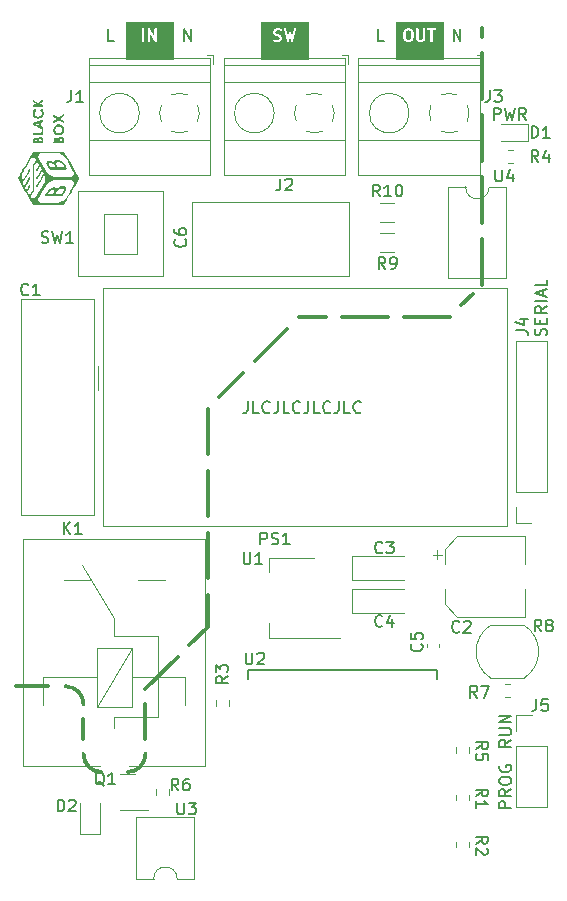
<source format=gto>
%TF.GenerationSoftware,KiCad,Pcbnew,7.0.8*%
%TF.CreationDate,2025-03-27T12:51:53-03:00*%
%TF.ProjectId,on_off_module_x1,6f6e5f6f-6666-45f6-9d6f-64756c655f78,2.0*%
%TF.SameCoordinates,Original*%
%TF.FileFunction,Legend,Top*%
%TF.FilePolarity,Positive*%
%FSLAX46Y46*%
G04 Gerber Fmt 4.6, Leading zero omitted, Abs format (unit mm)*
G04 Created by KiCad (PCBNEW 7.0.8) date 2025-03-27 12:51:53*
%MOMM*%
%LPD*%
G01*
G04 APERTURE LIST*
%ADD10C,0.350000*%
%ADD11C,0.050000*%
%ADD12C,0.200000*%
%ADD13C,0.150000*%
%ADD14C,0.120000*%
%ADD15C,0.100000*%
%ADD16C,0.152400*%
G04 APERTURE END LIST*
D10*
X163533000Y-89035001D02*
X164533000Y-88035001D01*
D11*
X161487200Y-65021799D02*
X161944400Y-65021799D01*
X161944400Y-68171399D01*
X161487200Y-68171399D01*
X161487200Y-65021799D01*
G36*
X161487200Y-65021799D02*
G01*
X161944400Y-65021799D01*
X161944400Y-68171399D01*
X161487200Y-68171399D01*
X161487200Y-65021799D01*
G37*
X135121600Y-66799799D02*
X139109400Y-66799799D01*
X139109400Y-68171399D01*
X135121600Y-68171399D01*
X135121600Y-66799799D01*
G36*
X135121600Y-66799799D02*
G01*
X139109400Y-66799799D01*
X139109400Y-68171399D01*
X135121600Y-68171399D01*
X135121600Y-66799799D01*
G37*
X149612500Y-65021799D02*
X150526900Y-65021799D01*
X150526900Y-68171399D01*
X149612500Y-68171399D01*
X149612500Y-65021799D01*
G36*
X149612500Y-65021799D02*
G01*
X150526900Y-65021799D01*
X150526900Y-68171399D01*
X149612500Y-68171399D01*
X149612500Y-65021799D01*
G37*
X146539100Y-65021799D02*
X147504300Y-65021799D01*
X147504300Y-68171399D01*
X146539100Y-68171399D01*
X146539100Y-65021799D01*
G36*
X146539100Y-65021799D02*
G01*
X147504300Y-65021799D01*
X147504300Y-68171399D01*
X146539100Y-68171399D01*
X146539100Y-65021799D01*
G37*
D10*
X148783000Y-91035001D02*
X146060639Y-93757362D01*
X145070689Y-94747312D02*
X143033000Y-96785001D01*
D11*
X135121600Y-65021799D02*
X136391600Y-65021799D01*
X136391600Y-68171399D01*
X135121600Y-68171399D01*
X135121600Y-65021799D01*
G36*
X135121600Y-65021799D02*
G01*
X136391600Y-65021799D01*
X136391600Y-68171399D01*
X135121600Y-68171399D01*
X135121600Y-65021799D01*
G37*
D10*
X165283000Y-87285001D02*
X165283000Y-83435001D01*
X165283000Y-82035001D02*
X165283000Y-78185001D01*
X165283000Y-76785001D02*
X165283000Y-72935001D01*
X165283000Y-71535001D02*
X165283000Y-67685001D01*
X165283000Y-66285001D02*
X165283000Y-65535001D01*
X136783000Y-121535001D02*
X139505361Y-118812640D01*
X140495311Y-117822690D02*
X142033000Y-116285001D01*
D11*
X135121600Y-65021799D02*
X139109400Y-65021799D01*
X139109400Y-65478999D01*
X135121600Y-65478999D01*
X135121600Y-65021799D01*
G36*
X135121600Y-65021799D02*
G01*
X139109400Y-65021799D01*
X139109400Y-65478999D01*
X135121600Y-65478999D01*
X135121600Y-65021799D01*
G37*
X157956600Y-65021799D02*
X161944400Y-65021799D01*
X161944400Y-65478999D01*
X157956600Y-65478999D01*
X157956600Y-65021799D01*
G36*
X157956600Y-65021799D02*
G01*
X161944400Y-65021799D01*
X161944400Y-65478999D01*
X157956600Y-65478999D01*
X157956600Y-65021799D01*
G37*
D10*
X135283000Y-128535000D02*
G75*
G03*
X136783000Y-127035057I0J1500000D01*
G01*
X142033000Y-97785001D02*
X142033000Y-101635001D01*
X142033000Y-103035001D02*
X142033000Y-106885001D01*
X142033000Y-108285001D02*
X142033000Y-112135001D01*
X142033000Y-113535001D02*
X142033000Y-116285001D01*
D11*
X146539100Y-65021799D02*
X150526900Y-65021799D01*
X150526900Y-65478999D01*
X146539100Y-65478999D01*
X146539100Y-65021799D01*
G36*
X146539100Y-65021799D02*
G01*
X150526900Y-65021799D01*
X150526900Y-65478999D01*
X146539100Y-65478999D01*
X146539100Y-65021799D01*
G37*
D10*
X131532999Y-122785001D02*
G75*
G03*
X130033000Y-121285001I-1500099J-99D01*
G01*
D11*
X146539100Y-66799799D02*
X150526900Y-66799799D01*
X150526900Y-68171399D01*
X146539100Y-68171399D01*
X146539100Y-66799799D01*
G36*
X146539100Y-66799799D02*
G01*
X150526900Y-66799799D01*
X150526900Y-68171399D01*
X146539100Y-68171399D01*
X146539100Y-66799799D01*
G37*
D10*
X131532999Y-127035001D02*
G75*
G03*
X133032944Y-128535001I1500001J1D01*
G01*
D11*
X137839400Y-65021799D02*
X139109400Y-65021799D01*
X139109400Y-68171399D01*
X137839400Y-68171399D01*
X137839400Y-65021799D01*
G36*
X137839400Y-65021799D02*
G01*
X139109400Y-65021799D01*
X139109400Y-68171399D01*
X137839400Y-68171399D01*
X137839400Y-65021799D01*
G37*
X157956600Y-65021799D02*
X158515400Y-65021799D01*
X158515400Y-68171399D01*
X157956600Y-68171399D01*
X157956600Y-65021799D01*
G36*
X157956600Y-65021799D02*
G01*
X158515400Y-65021799D01*
X158515400Y-68171399D01*
X157956600Y-68171399D01*
X157956600Y-65021799D01*
G37*
D10*
X136783000Y-125785001D02*
X136783000Y-122785001D01*
X162533000Y-90035001D02*
X158683000Y-90035001D01*
X157283000Y-90035001D02*
X153433000Y-90035001D01*
X152033000Y-90035001D02*
X149783000Y-90035001D01*
D11*
X157956600Y-66799799D02*
X161944400Y-66799799D01*
X161944400Y-68171399D01*
X157956600Y-68171399D01*
X157956600Y-66799799D01*
G36*
X157956600Y-66799799D02*
G01*
X161944400Y-66799799D01*
X161944400Y-68171399D01*
X157956600Y-68171399D01*
X157956600Y-66799799D01*
G37*
D10*
X131533000Y-125785001D02*
X131533000Y-124035001D01*
X128533000Y-121285001D02*
X125783000Y-121285001D01*
D12*
X145438387Y-97152220D02*
X145438387Y-97866505D01*
X145438387Y-97866505D02*
X145390768Y-98009362D01*
X145390768Y-98009362D02*
X145295530Y-98104601D01*
X145295530Y-98104601D02*
X145152673Y-98152220D01*
X145152673Y-98152220D02*
X145057435Y-98152220D01*
X146390768Y-98152220D02*
X145914578Y-98152220D01*
X145914578Y-98152220D02*
X145914578Y-97152220D01*
X147295530Y-98056981D02*
X147247911Y-98104601D01*
X147247911Y-98104601D02*
X147105054Y-98152220D01*
X147105054Y-98152220D02*
X147009816Y-98152220D01*
X147009816Y-98152220D02*
X146866959Y-98104601D01*
X146866959Y-98104601D02*
X146771721Y-98009362D01*
X146771721Y-98009362D02*
X146724102Y-97914124D01*
X146724102Y-97914124D02*
X146676483Y-97723648D01*
X146676483Y-97723648D02*
X146676483Y-97580791D01*
X146676483Y-97580791D02*
X146724102Y-97390315D01*
X146724102Y-97390315D02*
X146771721Y-97295077D01*
X146771721Y-97295077D02*
X146866959Y-97199839D01*
X146866959Y-97199839D02*
X147009816Y-97152220D01*
X147009816Y-97152220D02*
X147105054Y-97152220D01*
X147105054Y-97152220D02*
X147247911Y-97199839D01*
X147247911Y-97199839D02*
X147295530Y-97247458D01*
X148009816Y-97152220D02*
X148009816Y-97866505D01*
X148009816Y-97866505D02*
X147962197Y-98009362D01*
X147962197Y-98009362D02*
X147866959Y-98104601D01*
X147866959Y-98104601D02*
X147724102Y-98152220D01*
X147724102Y-98152220D02*
X147628864Y-98152220D01*
X148962197Y-98152220D02*
X148486007Y-98152220D01*
X148486007Y-98152220D02*
X148486007Y-97152220D01*
X149866959Y-98056981D02*
X149819340Y-98104601D01*
X149819340Y-98104601D02*
X149676483Y-98152220D01*
X149676483Y-98152220D02*
X149581245Y-98152220D01*
X149581245Y-98152220D02*
X149438388Y-98104601D01*
X149438388Y-98104601D02*
X149343150Y-98009362D01*
X149343150Y-98009362D02*
X149295531Y-97914124D01*
X149295531Y-97914124D02*
X149247912Y-97723648D01*
X149247912Y-97723648D02*
X149247912Y-97580791D01*
X149247912Y-97580791D02*
X149295531Y-97390315D01*
X149295531Y-97390315D02*
X149343150Y-97295077D01*
X149343150Y-97295077D02*
X149438388Y-97199839D01*
X149438388Y-97199839D02*
X149581245Y-97152220D01*
X149581245Y-97152220D02*
X149676483Y-97152220D01*
X149676483Y-97152220D02*
X149819340Y-97199839D01*
X149819340Y-97199839D02*
X149866959Y-97247458D01*
X150581245Y-97152220D02*
X150581245Y-97866505D01*
X150581245Y-97866505D02*
X150533626Y-98009362D01*
X150533626Y-98009362D02*
X150438388Y-98104601D01*
X150438388Y-98104601D02*
X150295531Y-98152220D01*
X150295531Y-98152220D02*
X150200293Y-98152220D01*
X151533626Y-98152220D02*
X151057436Y-98152220D01*
X151057436Y-98152220D02*
X151057436Y-97152220D01*
X152438388Y-98056981D02*
X152390769Y-98104601D01*
X152390769Y-98104601D02*
X152247912Y-98152220D01*
X152247912Y-98152220D02*
X152152674Y-98152220D01*
X152152674Y-98152220D02*
X152009817Y-98104601D01*
X152009817Y-98104601D02*
X151914579Y-98009362D01*
X151914579Y-98009362D02*
X151866960Y-97914124D01*
X151866960Y-97914124D02*
X151819341Y-97723648D01*
X151819341Y-97723648D02*
X151819341Y-97580791D01*
X151819341Y-97580791D02*
X151866960Y-97390315D01*
X151866960Y-97390315D02*
X151914579Y-97295077D01*
X151914579Y-97295077D02*
X152009817Y-97199839D01*
X152009817Y-97199839D02*
X152152674Y-97152220D01*
X152152674Y-97152220D02*
X152247912Y-97152220D01*
X152247912Y-97152220D02*
X152390769Y-97199839D01*
X152390769Y-97199839D02*
X152438388Y-97247458D01*
X153152674Y-97152220D02*
X153152674Y-97866505D01*
X153152674Y-97866505D02*
X153105055Y-98009362D01*
X153105055Y-98009362D02*
X153009817Y-98104601D01*
X153009817Y-98104601D02*
X152866960Y-98152220D01*
X152866960Y-98152220D02*
X152771722Y-98152220D01*
X154105055Y-98152220D02*
X153628865Y-98152220D01*
X153628865Y-98152220D02*
X153628865Y-97152220D01*
X155009817Y-98056981D02*
X154962198Y-98104601D01*
X154962198Y-98104601D02*
X154819341Y-98152220D01*
X154819341Y-98152220D02*
X154724103Y-98152220D01*
X154724103Y-98152220D02*
X154581246Y-98104601D01*
X154581246Y-98104601D02*
X154486008Y-98009362D01*
X154486008Y-98009362D02*
X154438389Y-97914124D01*
X154438389Y-97914124D02*
X154390770Y-97723648D01*
X154390770Y-97723648D02*
X154390770Y-97580791D01*
X154390770Y-97580791D02*
X154438389Y-97390315D01*
X154438389Y-97390315D02*
X154486008Y-97295077D01*
X154486008Y-97295077D02*
X154581246Y-97199839D01*
X154581246Y-97199839D02*
X154724103Y-97152220D01*
X154724103Y-97152220D02*
X154819341Y-97152220D01*
X154819341Y-97152220D02*
X154962198Y-97199839D01*
X154962198Y-97199839D02*
X155009817Y-97247458D01*
D13*
X160142580Y-117701667D02*
X160190200Y-117749286D01*
X160190200Y-117749286D02*
X160237819Y-117892143D01*
X160237819Y-117892143D02*
X160237819Y-117987381D01*
X160237819Y-117987381D02*
X160190200Y-118130238D01*
X160190200Y-118130238D02*
X160094961Y-118225476D01*
X160094961Y-118225476D02*
X159999723Y-118273095D01*
X159999723Y-118273095D02*
X159809247Y-118320714D01*
X159809247Y-118320714D02*
X159666390Y-118320714D01*
X159666390Y-118320714D02*
X159475914Y-118273095D01*
X159475914Y-118273095D02*
X159380676Y-118225476D01*
X159380676Y-118225476D02*
X159285438Y-118130238D01*
X159285438Y-118130238D02*
X159237819Y-117987381D01*
X159237819Y-117987381D02*
X159237819Y-117892143D01*
X159237819Y-117892143D02*
X159285438Y-117749286D01*
X159285438Y-117749286D02*
X159333057Y-117701667D01*
X159237819Y-116796905D02*
X159237819Y-117273095D01*
X159237819Y-117273095D02*
X159714009Y-117320714D01*
X159714009Y-117320714D02*
X159666390Y-117273095D01*
X159666390Y-117273095D02*
X159618771Y-117177857D01*
X159618771Y-117177857D02*
X159618771Y-116939762D01*
X159618771Y-116939762D02*
X159666390Y-116844524D01*
X159666390Y-116844524D02*
X159714009Y-116796905D01*
X159714009Y-116796905D02*
X159809247Y-116749286D01*
X159809247Y-116749286D02*
X160047342Y-116749286D01*
X160047342Y-116749286D02*
X160142580Y-116796905D01*
X160142580Y-116796905D02*
X160190200Y-116844524D01*
X160190200Y-116844524D02*
X160237819Y-116939762D01*
X160237819Y-116939762D02*
X160237819Y-117177857D01*
X160237819Y-117177857D02*
X160190200Y-117273095D01*
X160190200Y-117273095D02*
X160142580Y-117320714D01*
X170302333Y-116645820D02*
X169969000Y-116169629D01*
X169730905Y-116645820D02*
X169730905Y-115645820D01*
X169730905Y-115645820D02*
X170111857Y-115645820D01*
X170111857Y-115645820D02*
X170207095Y-115693439D01*
X170207095Y-115693439D02*
X170254714Y-115741058D01*
X170254714Y-115741058D02*
X170302333Y-115836296D01*
X170302333Y-115836296D02*
X170302333Y-115979153D01*
X170302333Y-115979153D02*
X170254714Y-116074391D01*
X170254714Y-116074391D02*
X170207095Y-116122010D01*
X170207095Y-116122010D02*
X170111857Y-116169629D01*
X170111857Y-116169629D02*
X169730905Y-116169629D01*
X170873762Y-116074391D02*
X170778524Y-116026772D01*
X170778524Y-116026772D02*
X170730905Y-115979153D01*
X170730905Y-115979153D02*
X170683286Y-115883915D01*
X170683286Y-115883915D02*
X170683286Y-115836296D01*
X170683286Y-115836296D02*
X170730905Y-115741058D01*
X170730905Y-115741058D02*
X170778524Y-115693439D01*
X170778524Y-115693439D02*
X170873762Y-115645820D01*
X170873762Y-115645820D02*
X171064238Y-115645820D01*
X171064238Y-115645820D02*
X171159476Y-115693439D01*
X171159476Y-115693439D02*
X171207095Y-115741058D01*
X171207095Y-115741058D02*
X171254714Y-115836296D01*
X171254714Y-115836296D02*
X171254714Y-115883915D01*
X171254714Y-115883915D02*
X171207095Y-115979153D01*
X171207095Y-115979153D02*
X171159476Y-116026772D01*
X171159476Y-116026772D02*
X171064238Y-116074391D01*
X171064238Y-116074391D02*
X170873762Y-116074391D01*
X170873762Y-116074391D02*
X170778524Y-116122010D01*
X170778524Y-116122010D02*
X170730905Y-116169629D01*
X170730905Y-116169629D02*
X170683286Y-116264867D01*
X170683286Y-116264867D02*
X170683286Y-116455343D01*
X170683286Y-116455343D02*
X170730905Y-116550581D01*
X170730905Y-116550581D02*
X170778524Y-116598201D01*
X170778524Y-116598201D02*
X170873762Y-116645820D01*
X170873762Y-116645820D02*
X171064238Y-116645820D01*
X171064238Y-116645820D02*
X171159476Y-116598201D01*
X171159476Y-116598201D02*
X171207095Y-116550581D01*
X171207095Y-116550581D02*
X171254714Y-116455343D01*
X171254714Y-116455343D02*
X171254714Y-116264867D01*
X171254714Y-116264867D02*
X171207095Y-116169629D01*
X171207095Y-116169629D02*
X171159476Y-116122010D01*
X171159476Y-116122010D02*
X171064238Y-116074391D01*
X133289761Y-129695058D02*
X133194523Y-129647439D01*
X133194523Y-129647439D02*
X133099285Y-129552201D01*
X133099285Y-129552201D02*
X132956428Y-129409343D01*
X132956428Y-129409343D02*
X132861190Y-129361724D01*
X132861190Y-129361724D02*
X132765952Y-129361724D01*
X132813571Y-129599820D02*
X132718333Y-129552201D01*
X132718333Y-129552201D02*
X132623095Y-129456962D01*
X132623095Y-129456962D02*
X132575476Y-129266486D01*
X132575476Y-129266486D02*
X132575476Y-128933153D01*
X132575476Y-128933153D02*
X132623095Y-128742677D01*
X132623095Y-128742677D02*
X132718333Y-128647439D01*
X132718333Y-128647439D02*
X132813571Y-128599820D01*
X132813571Y-128599820D02*
X133004047Y-128599820D01*
X133004047Y-128599820D02*
X133099285Y-128647439D01*
X133099285Y-128647439D02*
X133194523Y-128742677D01*
X133194523Y-128742677D02*
X133242142Y-128933153D01*
X133242142Y-128933153D02*
X133242142Y-129266486D01*
X133242142Y-129266486D02*
X133194523Y-129456962D01*
X133194523Y-129456962D02*
X133099285Y-129552201D01*
X133099285Y-129552201D02*
X133004047Y-129599820D01*
X133004047Y-129599820D02*
X132813571Y-129599820D01*
X134194523Y-129599820D02*
X133623095Y-129599820D01*
X133908809Y-129599820D02*
X133908809Y-128599820D01*
X133908809Y-128599820D02*
X133813571Y-128742677D01*
X133813571Y-128742677D02*
X133718333Y-128837915D01*
X133718333Y-128837915D02*
X133623095Y-128885534D01*
X129344905Y-131885820D02*
X129344905Y-130885820D01*
X129344905Y-130885820D02*
X129583000Y-130885820D01*
X129583000Y-130885820D02*
X129725857Y-130933439D01*
X129725857Y-130933439D02*
X129821095Y-131028677D01*
X129821095Y-131028677D02*
X129868714Y-131123915D01*
X129868714Y-131123915D02*
X129916333Y-131314391D01*
X129916333Y-131314391D02*
X129916333Y-131457248D01*
X129916333Y-131457248D02*
X129868714Y-131647724D01*
X129868714Y-131647724D02*
X129821095Y-131742962D01*
X129821095Y-131742962D02*
X129725857Y-131838201D01*
X129725857Y-131838201D02*
X129583000Y-131885820D01*
X129583000Y-131885820D02*
X129344905Y-131885820D01*
X130297286Y-130981058D02*
X130344905Y-130933439D01*
X130344905Y-130933439D02*
X130440143Y-130885820D01*
X130440143Y-130885820D02*
X130678238Y-130885820D01*
X130678238Y-130885820D02*
X130773476Y-130933439D01*
X130773476Y-130933439D02*
X130821095Y-130981058D01*
X130821095Y-130981058D02*
X130868714Y-131076296D01*
X130868714Y-131076296D02*
X130868714Y-131171534D01*
X130868714Y-131171534D02*
X130821095Y-131314391D01*
X130821095Y-131314391D02*
X130249667Y-131885820D01*
X130249667Y-131885820D02*
X130868714Y-131885820D01*
X165944666Y-70814820D02*
X165944666Y-71529105D01*
X165944666Y-71529105D02*
X165897047Y-71671962D01*
X165897047Y-71671962D02*
X165801809Y-71767201D01*
X165801809Y-71767201D02*
X165658952Y-71814820D01*
X165658952Y-71814820D02*
X165563714Y-71814820D01*
X166325619Y-70814820D02*
X166944666Y-70814820D01*
X166944666Y-70814820D02*
X166611333Y-71195772D01*
X166611333Y-71195772D02*
X166754190Y-71195772D01*
X166754190Y-71195772D02*
X166849428Y-71243391D01*
X166849428Y-71243391D02*
X166897047Y-71291010D01*
X166897047Y-71291010D02*
X166944666Y-71386248D01*
X166944666Y-71386248D02*
X166944666Y-71624343D01*
X166944666Y-71624343D02*
X166897047Y-71719581D01*
X166897047Y-71719581D02*
X166849428Y-71767201D01*
X166849428Y-71767201D02*
X166754190Y-71814820D01*
X166754190Y-71814820D02*
X166468476Y-71814820D01*
X166468476Y-71814820D02*
X166373238Y-71767201D01*
X166373238Y-71767201D02*
X166325619Y-71719581D01*
X162860976Y-66647820D02*
X162860976Y-65647820D01*
X162860976Y-65647820D02*
X163432404Y-66647820D01*
X163432404Y-66647820D02*
X163432404Y-65647820D01*
X156954785Y-66647820D02*
X156478595Y-66647820D01*
X156478595Y-66647820D02*
X156478595Y-65647820D01*
D12*
G36*
X159176977Y-65775024D02*
G01*
X159241156Y-65839203D01*
X159279071Y-65990862D01*
X159279071Y-66299576D01*
X159241155Y-66451236D01*
X159176979Y-66515414D01*
X159117369Y-66545220D01*
X158974107Y-66545220D01*
X158914497Y-66515415D01*
X158850320Y-66451237D01*
X158812405Y-66299576D01*
X158812405Y-65990863D01*
X158850320Y-65839203D01*
X158914499Y-65775024D01*
X158974107Y-65745220D01*
X159117369Y-65745220D01*
X159176977Y-65775024D01*
G37*
G36*
X161521796Y-66888077D02*
G01*
X158469548Y-66888077D01*
X158469548Y-66311886D01*
X158612405Y-66311886D01*
X158616251Y-66323723D01*
X158615391Y-66336140D01*
X158663010Y-66526615D01*
X158677183Y-66549265D01*
X158689313Y-66573072D01*
X158784551Y-66668312D01*
X158798994Y-66675671D01*
X158810541Y-66687044D01*
X158905778Y-66734663D01*
X158928576Y-66738096D01*
X158950500Y-66745220D01*
X159140976Y-66745220D01*
X159162899Y-66738096D01*
X159185697Y-66734663D01*
X159280935Y-66687044D01*
X159292483Y-66675669D01*
X159306925Y-66668311D01*
X159402163Y-66573072D01*
X159414294Y-66549263D01*
X159428466Y-66526616D01*
X159446434Y-66454743D01*
X159707643Y-66454743D01*
X159714766Y-66476666D01*
X159718200Y-66499464D01*
X159765819Y-66594702D01*
X159777192Y-66606249D01*
X159784551Y-66620691D01*
X159832169Y-66668311D01*
X159846612Y-66675670D01*
X159858160Y-66687044D01*
X159953397Y-66734663D01*
X159976195Y-66738096D01*
X159998119Y-66745220D01*
X160188595Y-66745220D01*
X160210518Y-66738096D01*
X160233316Y-66734663D01*
X160328554Y-66687044D01*
X160340102Y-66675669D01*
X160354544Y-66668311D01*
X160402163Y-66620691D01*
X160409520Y-66606250D01*
X160420895Y-66594702D01*
X160468514Y-66499465D01*
X160471947Y-66476666D01*
X160479071Y-66454743D01*
X160479071Y-65676122D01*
X160617299Y-65676122D01*
X160653626Y-65726122D01*
X160712405Y-65745220D01*
X160898119Y-65745220D01*
X160898119Y-66645220D01*
X160917217Y-66703999D01*
X160967217Y-66740326D01*
X161029021Y-66740326D01*
X161079021Y-66703999D01*
X161098119Y-66645220D01*
X161098119Y-65745220D01*
X161283833Y-65745220D01*
X161342612Y-65726122D01*
X161378939Y-65676122D01*
X161378939Y-65614318D01*
X161342612Y-65564318D01*
X161283833Y-65545220D01*
X160712405Y-65545220D01*
X160653626Y-65564318D01*
X160617299Y-65614318D01*
X160617299Y-65676122D01*
X160479071Y-65676122D01*
X160479071Y-65645220D01*
X160459973Y-65586441D01*
X160409973Y-65550114D01*
X160348169Y-65550114D01*
X160298169Y-65586441D01*
X160279071Y-65645220D01*
X160279071Y-66431136D01*
X160249266Y-66490744D01*
X160224597Y-66515414D01*
X160164988Y-66545220D01*
X160021726Y-66545220D01*
X159962116Y-66515415D01*
X159937449Y-66490747D01*
X159907643Y-66431135D01*
X159907643Y-65645220D01*
X159888545Y-65586441D01*
X159838545Y-65550114D01*
X159776741Y-65550114D01*
X159726741Y-65586441D01*
X159707643Y-65645220D01*
X159707643Y-66454743D01*
X159446434Y-66454743D01*
X159476085Y-66336140D01*
X159475224Y-66323723D01*
X159479071Y-66311886D01*
X159479071Y-65978553D01*
X159475224Y-65966715D01*
X159476085Y-65954299D01*
X159428466Y-65763823D01*
X159414293Y-65741174D01*
X159402163Y-65717366D01*
X159306925Y-65622128D01*
X159292482Y-65614769D01*
X159280935Y-65603396D01*
X159185697Y-65555777D01*
X159162899Y-65552343D01*
X159140976Y-65545220D01*
X158950500Y-65545220D01*
X158928576Y-65552343D01*
X158905778Y-65555777D01*
X158810541Y-65603396D01*
X158798993Y-65614769D01*
X158784551Y-65622128D01*
X158689313Y-65717366D01*
X158677181Y-65741175D01*
X158663010Y-65763824D01*
X158615391Y-65954299D01*
X158616251Y-65966715D01*
X158612405Y-65978553D01*
X158612405Y-66311886D01*
X158469548Y-66311886D01*
X158469548Y-65402363D01*
X161521796Y-65402363D01*
X161521796Y-66888077D01*
G37*
D13*
X157094333Y-85951820D02*
X156761000Y-85475629D01*
X156522905Y-85951820D02*
X156522905Y-84951820D01*
X156522905Y-84951820D02*
X156903857Y-84951820D01*
X156903857Y-84951820D02*
X156999095Y-84999439D01*
X156999095Y-84999439D02*
X157046714Y-85047058D01*
X157046714Y-85047058D02*
X157094333Y-85142296D01*
X157094333Y-85142296D02*
X157094333Y-85285153D01*
X157094333Y-85285153D02*
X157046714Y-85380391D01*
X157046714Y-85380391D02*
X156999095Y-85428010D01*
X156999095Y-85428010D02*
X156903857Y-85475629D01*
X156903857Y-85475629D02*
X156522905Y-85475629D01*
X157570524Y-85951820D02*
X157761000Y-85951820D01*
X157761000Y-85951820D02*
X157856238Y-85904201D01*
X157856238Y-85904201D02*
X157903857Y-85856581D01*
X157903857Y-85856581D02*
X157999095Y-85713724D01*
X157999095Y-85713724D02*
X158046714Y-85523248D01*
X158046714Y-85523248D02*
X158046714Y-85142296D01*
X158046714Y-85142296D02*
X157999095Y-85047058D01*
X157999095Y-85047058D02*
X157951476Y-84999439D01*
X157951476Y-84999439D02*
X157856238Y-84951820D01*
X157856238Y-84951820D02*
X157665762Y-84951820D01*
X157665762Y-84951820D02*
X157570524Y-84999439D01*
X157570524Y-84999439D02*
X157522905Y-85047058D01*
X157522905Y-85047058D02*
X157475286Y-85142296D01*
X157475286Y-85142296D02*
X157475286Y-85380391D01*
X157475286Y-85380391D02*
X157522905Y-85475629D01*
X157522905Y-85475629D02*
X157570524Y-85523248D01*
X157570524Y-85523248D02*
X157665762Y-85570867D01*
X157665762Y-85570867D02*
X157856238Y-85570867D01*
X157856238Y-85570867D02*
X157951476Y-85523248D01*
X157951476Y-85523248D02*
X157999095Y-85475629D01*
X157999095Y-85475629D02*
X158046714Y-85380391D01*
X166405095Y-77545820D02*
X166405095Y-78355343D01*
X166405095Y-78355343D02*
X166452714Y-78450581D01*
X166452714Y-78450581D02*
X166500333Y-78498201D01*
X166500333Y-78498201D02*
X166595571Y-78545820D01*
X166595571Y-78545820D02*
X166786047Y-78545820D01*
X166786047Y-78545820D02*
X166881285Y-78498201D01*
X166881285Y-78498201D02*
X166928904Y-78450581D01*
X166928904Y-78450581D02*
X166976523Y-78355343D01*
X166976523Y-78355343D02*
X166976523Y-77545820D01*
X167881285Y-77879153D02*
X167881285Y-78545820D01*
X167643190Y-77498201D02*
X167405095Y-78212486D01*
X167405095Y-78212486D02*
X168024142Y-78212486D01*
X140142580Y-83451667D02*
X140190200Y-83499286D01*
X140190200Y-83499286D02*
X140237819Y-83642143D01*
X140237819Y-83642143D02*
X140237819Y-83737381D01*
X140237819Y-83737381D02*
X140190200Y-83880238D01*
X140190200Y-83880238D02*
X140094961Y-83975476D01*
X140094961Y-83975476D02*
X139999723Y-84023095D01*
X139999723Y-84023095D02*
X139809247Y-84070714D01*
X139809247Y-84070714D02*
X139666390Y-84070714D01*
X139666390Y-84070714D02*
X139475914Y-84023095D01*
X139475914Y-84023095D02*
X139380676Y-83975476D01*
X139380676Y-83975476D02*
X139285438Y-83880238D01*
X139285438Y-83880238D02*
X139237819Y-83737381D01*
X139237819Y-83737381D02*
X139237819Y-83642143D01*
X139237819Y-83642143D02*
X139285438Y-83499286D01*
X139285438Y-83499286D02*
X139333057Y-83451667D01*
X139237819Y-82594524D02*
X139237819Y-82785000D01*
X139237819Y-82785000D02*
X139285438Y-82880238D01*
X139285438Y-82880238D02*
X139333057Y-82927857D01*
X139333057Y-82927857D02*
X139475914Y-83023095D01*
X139475914Y-83023095D02*
X139666390Y-83070714D01*
X139666390Y-83070714D02*
X140047342Y-83070714D01*
X140047342Y-83070714D02*
X140142580Y-83023095D01*
X140142580Y-83023095D02*
X140190200Y-82975476D01*
X140190200Y-82975476D02*
X140237819Y-82880238D01*
X140237819Y-82880238D02*
X140237819Y-82689762D01*
X140237819Y-82689762D02*
X140190200Y-82594524D01*
X140190200Y-82594524D02*
X140142580Y-82546905D01*
X140142580Y-82546905D02*
X140047342Y-82499286D01*
X140047342Y-82499286D02*
X139809247Y-82499286D01*
X139809247Y-82499286D02*
X139714009Y-82546905D01*
X139714009Y-82546905D02*
X139666390Y-82594524D01*
X139666390Y-82594524D02*
X139618771Y-82689762D01*
X139618771Y-82689762D02*
X139618771Y-82880238D01*
X139618771Y-82880238D02*
X139666390Y-82975476D01*
X139666390Y-82975476D02*
X139714009Y-83023095D01*
X139714009Y-83023095D02*
X139809247Y-83070714D01*
X169476905Y-74859322D02*
X169476905Y-73859322D01*
X169476905Y-73859322D02*
X169715000Y-73859322D01*
X169715000Y-73859322D02*
X169857857Y-73906941D01*
X169857857Y-73906941D02*
X169953095Y-74002179D01*
X169953095Y-74002179D02*
X170000714Y-74097417D01*
X170000714Y-74097417D02*
X170048333Y-74287893D01*
X170048333Y-74287893D02*
X170048333Y-74430750D01*
X170048333Y-74430750D02*
X170000714Y-74621226D01*
X170000714Y-74621226D02*
X169953095Y-74716464D01*
X169953095Y-74716464D02*
X169857857Y-74811703D01*
X169857857Y-74811703D02*
X169715000Y-74859322D01*
X169715000Y-74859322D02*
X169476905Y-74859322D01*
X171000714Y-74859322D02*
X170429286Y-74859322D01*
X170715000Y-74859322D02*
X170715000Y-73859322D01*
X170715000Y-73859322D02*
X170619762Y-74002179D01*
X170619762Y-74002179D02*
X170524524Y-74097417D01*
X170524524Y-74097417D02*
X170429286Y-74145036D01*
X166275667Y-73335322D02*
X166275667Y-72335322D01*
X166275667Y-72335322D02*
X166656619Y-72335322D01*
X166656619Y-72335322D02*
X166751857Y-72382941D01*
X166751857Y-72382941D02*
X166799476Y-72430560D01*
X166799476Y-72430560D02*
X166847095Y-72525798D01*
X166847095Y-72525798D02*
X166847095Y-72668655D01*
X166847095Y-72668655D02*
X166799476Y-72763893D01*
X166799476Y-72763893D02*
X166751857Y-72811512D01*
X166751857Y-72811512D02*
X166656619Y-72859131D01*
X166656619Y-72859131D02*
X166275667Y-72859131D01*
X167180429Y-72335322D02*
X167418524Y-73335322D01*
X167418524Y-73335322D02*
X167609000Y-72621036D01*
X167609000Y-72621036D02*
X167799476Y-73335322D01*
X167799476Y-73335322D02*
X168037572Y-72335322D01*
X168989952Y-73335322D02*
X168656619Y-72859131D01*
X168418524Y-73335322D02*
X168418524Y-72335322D01*
X168418524Y-72335322D02*
X168799476Y-72335322D01*
X168799476Y-72335322D02*
X168894714Y-72382941D01*
X168894714Y-72382941D02*
X168942333Y-72430560D01*
X168942333Y-72430560D02*
X168989952Y-72525798D01*
X168989952Y-72525798D02*
X168989952Y-72668655D01*
X168989952Y-72668655D02*
X168942333Y-72763893D01*
X168942333Y-72763893D02*
X168894714Y-72811512D01*
X168894714Y-72811512D02*
X168799476Y-72859131D01*
X168799476Y-72859131D02*
X168418524Y-72859131D01*
X129852905Y-108410322D02*
X129852905Y-107410322D01*
X130424333Y-108410322D02*
X129995762Y-107838893D01*
X130424333Y-107410322D02*
X129852905Y-107981750D01*
X131376714Y-108410322D02*
X130805286Y-108410322D01*
X131091000Y-108410322D02*
X131091000Y-107410322D01*
X131091000Y-107410322D02*
X130995762Y-107553179D01*
X130995762Y-107553179D02*
X130900524Y-107648417D01*
X130900524Y-107648417D02*
X130805286Y-107696036D01*
X168145819Y-91124334D02*
X168860104Y-91124334D01*
X168860104Y-91124334D02*
X169002961Y-91171953D01*
X169002961Y-91171953D02*
X169098200Y-91267191D01*
X169098200Y-91267191D02*
X169145819Y-91410048D01*
X169145819Y-91410048D02*
X169145819Y-91505286D01*
X168479152Y-90219572D02*
X169145819Y-90219572D01*
X168098200Y-90457667D02*
X168812485Y-90695762D01*
X168812485Y-90695762D02*
X168812485Y-90076715D01*
X170690200Y-91576524D02*
X170737819Y-91433667D01*
X170737819Y-91433667D02*
X170737819Y-91195572D01*
X170737819Y-91195572D02*
X170690200Y-91100334D01*
X170690200Y-91100334D02*
X170642580Y-91052715D01*
X170642580Y-91052715D02*
X170547342Y-91005096D01*
X170547342Y-91005096D02*
X170452104Y-91005096D01*
X170452104Y-91005096D02*
X170356866Y-91052715D01*
X170356866Y-91052715D02*
X170309247Y-91100334D01*
X170309247Y-91100334D02*
X170261628Y-91195572D01*
X170261628Y-91195572D02*
X170214009Y-91386048D01*
X170214009Y-91386048D02*
X170166390Y-91481286D01*
X170166390Y-91481286D02*
X170118771Y-91528905D01*
X170118771Y-91528905D02*
X170023533Y-91576524D01*
X170023533Y-91576524D02*
X169928295Y-91576524D01*
X169928295Y-91576524D02*
X169833057Y-91528905D01*
X169833057Y-91528905D02*
X169785438Y-91481286D01*
X169785438Y-91481286D02*
X169737819Y-91386048D01*
X169737819Y-91386048D02*
X169737819Y-91147953D01*
X169737819Y-91147953D02*
X169785438Y-91005096D01*
X170214009Y-90576524D02*
X170214009Y-90243191D01*
X170737819Y-90100334D02*
X170737819Y-90576524D01*
X170737819Y-90576524D02*
X169737819Y-90576524D01*
X169737819Y-90576524D02*
X169737819Y-90100334D01*
X170737819Y-89100334D02*
X170261628Y-89433667D01*
X170737819Y-89671762D02*
X169737819Y-89671762D01*
X169737819Y-89671762D02*
X169737819Y-89290810D01*
X169737819Y-89290810D02*
X169785438Y-89195572D01*
X169785438Y-89195572D02*
X169833057Y-89147953D01*
X169833057Y-89147953D02*
X169928295Y-89100334D01*
X169928295Y-89100334D02*
X170071152Y-89100334D01*
X170071152Y-89100334D02*
X170166390Y-89147953D01*
X170166390Y-89147953D02*
X170214009Y-89195572D01*
X170214009Y-89195572D02*
X170261628Y-89290810D01*
X170261628Y-89290810D02*
X170261628Y-89671762D01*
X170737819Y-88671762D02*
X169737819Y-88671762D01*
X170452104Y-88243191D02*
X170452104Y-87767001D01*
X170737819Y-88338429D02*
X169737819Y-88005096D01*
X169737819Y-88005096D02*
X170737819Y-87671763D01*
X170737819Y-86862239D02*
X170737819Y-87338429D01*
X170737819Y-87338429D02*
X169737819Y-87338429D01*
X164756180Y-126601834D02*
X165232371Y-126268501D01*
X164756180Y-126030406D02*
X165756180Y-126030406D01*
X165756180Y-126030406D02*
X165756180Y-126411358D01*
X165756180Y-126411358D02*
X165708561Y-126506596D01*
X165708561Y-126506596D02*
X165660942Y-126554215D01*
X165660942Y-126554215D02*
X165565704Y-126601834D01*
X165565704Y-126601834D02*
X165422847Y-126601834D01*
X165422847Y-126601834D02*
X165327609Y-126554215D01*
X165327609Y-126554215D02*
X165279990Y-126506596D01*
X165279990Y-126506596D02*
X165232371Y-126411358D01*
X165232371Y-126411358D02*
X165232371Y-126030406D01*
X165756180Y-127506596D02*
X165756180Y-127030406D01*
X165756180Y-127030406D02*
X165279990Y-126982787D01*
X165279990Y-126982787D02*
X165327609Y-127030406D01*
X165327609Y-127030406D02*
X165375228Y-127125644D01*
X165375228Y-127125644D02*
X165375228Y-127363739D01*
X165375228Y-127363739D02*
X165327609Y-127458977D01*
X165327609Y-127458977D02*
X165279990Y-127506596D01*
X165279990Y-127506596D02*
X165184752Y-127554215D01*
X165184752Y-127554215D02*
X164946657Y-127554215D01*
X164946657Y-127554215D02*
X164851419Y-127506596D01*
X164851419Y-127506596D02*
X164803800Y-127458977D01*
X164803800Y-127458977D02*
X164756180Y-127363739D01*
X164756180Y-127363739D02*
X164756180Y-127125644D01*
X164756180Y-127125644D02*
X164803800Y-127030406D01*
X164803800Y-127030406D02*
X164851419Y-126982787D01*
X148204666Y-78307820D02*
X148204666Y-79022105D01*
X148204666Y-79022105D02*
X148157047Y-79164962D01*
X148157047Y-79164962D02*
X148061809Y-79260201D01*
X148061809Y-79260201D02*
X147918952Y-79307820D01*
X147918952Y-79307820D02*
X147823714Y-79307820D01*
X148633238Y-78403058D02*
X148680857Y-78355439D01*
X148680857Y-78355439D02*
X148776095Y-78307820D01*
X148776095Y-78307820D02*
X149014190Y-78307820D01*
X149014190Y-78307820D02*
X149109428Y-78355439D01*
X149109428Y-78355439D02*
X149157047Y-78403058D01*
X149157047Y-78403058D02*
X149204666Y-78498296D01*
X149204666Y-78498296D02*
X149204666Y-78593534D01*
X149204666Y-78593534D02*
X149157047Y-78736391D01*
X149157047Y-78736391D02*
X148585619Y-79307820D01*
X148585619Y-79307820D02*
X149204666Y-79307820D01*
D12*
G36*
X149677900Y-66888077D02*
G01*
X147433000Y-66888077D01*
X147433000Y-65930934D01*
X147575857Y-65930934D01*
X147582980Y-65952857D01*
X147586414Y-65975655D01*
X147634033Y-66070893D01*
X147645406Y-66082440D01*
X147652765Y-66096883D01*
X147700384Y-66144501D01*
X147714825Y-66151859D01*
X147726374Y-66163234D01*
X147821611Y-66210853D01*
X147832632Y-66212513D01*
X147842079Y-66218424D01*
X148021904Y-66263380D01*
X148092811Y-66298834D01*
X148117480Y-66323502D01*
X148147285Y-66383112D01*
X148147285Y-66431136D01*
X148117480Y-66490744D01*
X148092811Y-66515414D01*
X148033202Y-66545220D01*
X147834940Y-66545220D01*
X147707480Y-66502733D01*
X147645678Y-66502263D01*
X147595404Y-66538210D01*
X147575859Y-66596842D01*
X147594511Y-66655764D01*
X147644234Y-66692469D01*
X147787091Y-66740088D01*
X147803298Y-66740211D01*
X147818714Y-66745220D01*
X148056809Y-66745220D01*
X148078732Y-66738096D01*
X148101530Y-66734663D01*
X148196768Y-66687044D01*
X148208316Y-66675669D01*
X148222758Y-66668311D01*
X148270377Y-66620691D01*
X148277734Y-66606250D01*
X148289109Y-66594702D01*
X148336728Y-66499465D01*
X148340161Y-66476666D01*
X148347285Y-66454743D01*
X148347285Y-66359505D01*
X148340161Y-66337581D01*
X148336728Y-66314783D01*
X148289109Y-66219546D01*
X148277734Y-66207997D01*
X148270376Y-66193556D01*
X148222758Y-66145937D01*
X148208315Y-66138578D01*
X148196768Y-66127205D01*
X148101530Y-66079586D01*
X148090508Y-66077925D01*
X148081062Y-66072015D01*
X147901237Y-66027058D01*
X147830330Y-65991605D01*
X147805662Y-65966936D01*
X147775857Y-65907326D01*
X147775857Y-65859303D01*
X147805662Y-65799693D01*
X147830330Y-65775024D01*
X147889940Y-65745220D01*
X148088201Y-65745220D01*
X148215662Y-65787707D01*
X148277464Y-65788177D01*
X148327738Y-65752230D01*
X148347282Y-65693598D01*
X148339300Y-65668382D01*
X148483338Y-65668382D01*
X148721433Y-66668382D01*
X148725029Y-66674275D01*
X148725399Y-66681169D01*
X148740851Y-66700205D01*
X148753626Y-66721139D01*
X148759999Y-66723793D01*
X148764350Y-66729152D01*
X148788042Y-66735470D01*
X148810681Y-66744897D01*
X148817396Y-66743298D01*
X148824067Y-66745077D01*
X148846951Y-66736261D01*
X148870804Y-66730582D01*
X148875296Y-66725341D01*
X148881739Y-66722860D01*
X148895070Y-66702277D01*
X148911030Y-66683662D01*
X148911584Y-66676780D01*
X148915338Y-66670986D01*
X149009190Y-66319039D01*
X149103043Y-66670987D01*
X149106795Y-66676780D01*
X149107350Y-66683662D01*
X149123310Y-66702278D01*
X149136641Y-66722860D01*
X149143083Y-66725341D01*
X149147576Y-66730582D01*
X149171428Y-66736261D01*
X149194313Y-66745077D01*
X149200983Y-66743298D01*
X149207699Y-66744897D01*
X149230332Y-66735472D01*
X149254030Y-66729153D01*
X149258381Y-66723792D01*
X149264753Y-66721139D01*
X149277522Y-66700212D01*
X149292982Y-66681169D01*
X149293351Y-66674273D01*
X149296947Y-66668382D01*
X149535043Y-65668382D01*
X149530078Y-65606778D01*
X149489852Y-65559858D01*
X149429729Y-65545543D01*
X149372674Y-65569301D01*
X149340481Y-65622058D01*
X149194177Y-66236531D01*
X149105814Y-65905168D01*
X149102802Y-65900518D01*
X149102506Y-65894985D01*
X149086239Y-65874946D01*
X149072215Y-65853294D01*
X149067046Y-65851302D01*
X149063554Y-65847001D01*
X149038619Y-65840352D01*
X149014543Y-65831077D01*
X149009190Y-65832504D01*
X149003837Y-65831077D01*
X148979755Y-65840353D01*
X148954826Y-65847002D01*
X148951335Y-65851302D01*
X148946165Y-65853294D01*
X148932137Y-65874951D01*
X148915875Y-65894985D01*
X148915578Y-65900517D01*
X148912567Y-65905167D01*
X148824202Y-66236531D01*
X148677900Y-65622058D01*
X148645707Y-65569301D01*
X148588652Y-65545543D01*
X148528529Y-65559858D01*
X148488303Y-65606778D01*
X148483338Y-65668382D01*
X148339300Y-65668382D01*
X148328631Y-65634676D01*
X148278907Y-65597971D01*
X148136051Y-65550352D01*
X148119843Y-65550228D01*
X148104428Y-65545220D01*
X147866333Y-65545220D01*
X147844409Y-65552343D01*
X147821611Y-65555777D01*
X147726374Y-65603396D01*
X147714825Y-65614770D01*
X147700384Y-65622129D01*
X147652765Y-65669747D01*
X147645406Y-65684189D01*
X147634033Y-65695737D01*
X147586414Y-65790975D01*
X147582980Y-65813772D01*
X147575857Y-65835696D01*
X147575857Y-65930934D01*
X147433000Y-65930934D01*
X147433000Y-65402363D01*
X149677900Y-65402363D01*
X149677900Y-66888077D01*
G37*
D13*
X130511666Y-70814820D02*
X130511666Y-71529105D01*
X130511666Y-71529105D02*
X130464047Y-71671962D01*
X130464047Y-71671962D02*
X130368809Y-71767201D01*
X130368809Y-71767201D02*
X130225952Y-71814820D01*
X130225952Y-71814820D02*
X130130714Y-71814820D01*
X131511666Y-71814820D02*
X130940238Y-71814820D01*
X131225952Y-71814820D02*
X131225952Y-70814820D01*
X131225952Y-70814820D02*
X131130714Y-70957677D01*
X131130714Y-70957677D02*
X131035476Y-71052915D01*
X131035476Y-71052915D02*
X130940238Y-71100534D01*
D12*
G36*
X137882166Y-66885984D02*
G01*
X136348834Y-66885984D01*
X136348834Y-66645220D01*
X136491691Y-66645220D01*
X136510789Y-66703999D01*
X136560789Y-66740326D01*
X136622593Y-66740326D01*
X136672593Y-66703999D01*
X136691691Y-66645220D01*
X136967881Y-66645220D01*
X136986979Y-66703999D01*
X137036979Y-66740326D01*
X137098783Y-66740326D01*
X137148783Y-66703999D01*
X137167881Y-66645220D01*
X137167881Y-66021776D01*
X137552485Y-66694834D01*
X137556662Y-66698629D01*
X137558407Y-66703999D01*
X137579205Y-66719110D01*
X137598229Y-66736393D01*
X137603840Y-66737008D01*
X137608407Y-66740326D01*
X137634110Y-66740326D01*
X137659664Y-66743127D01*
X137664566Y-66740326D01*
X137670211Y-66740326D01*
X137691006Y-66725217D01*
X137713325Y-66712464D01*
X137715644Y-66707317D01*
X137720211Y-66703999D01*
X137728153Y-66679553D01*
X137738714Y-66656116D01*
X137737564Y-66650588D01*
X137739309Y-66645220D01*
X137739309Y-65645220D01*
X137720211Y-65586441D01*
X137670211Y-65550114D01*
X137608407Y-65550114D01*
X137558407Y-65586441D01*
X137539309Y-65645220D01*
X137539309Y-66268663D01*
X137154705Y-65595606D01*
X137150527Y-65591810D01*
X137148783Y-65586441D01*
X137127984Y-65571329D01*
X137108961Y-65554047D01*
X137103349Y-65553431D01*
X137098783Y-65550114D01*
X137073080Y-65550114D01*
X137047526Y-65547313D01*
X137042624Y-65550114D01*
X137036979Y-65550114D01*
X137016179Y-65565225D01*
X136993865Y-65577977D01*
X136991546Y-65583122D01*
X136986979Y-65586441D01*
X136979035Y-65610887D01*
X136968476Y-65634324D01*
X136969625Y-65639851D01*
X136967881Y-65645220D01*
X136967881Y-66645220D01*
X136691691Y-66645220D01*
X136691691Y-65645220D01*
X136672593Y-65586441D01*
X136622593Y-65550114D01*
X136560789Y-65550114D01*
X136510789Y-65586441D01*
X136491691Y-65645220D01*
X136491691Y-66645220D01*
X136348834Y-66645220D01*
X136348834Y-65404456D01*
X137882166Y-65404456D01*
X137882166Y-66885984D01*
G37*
D13*
X140025976Y-66647820D02*
X140025976Y-65647820D01*
X140025976Y-65647820D02*
X140597404Y-66647820D01*
X140597404Y-66647820D02*
X140597404Y-65647820D01*
X134119785Y-66647820D02*
X133643595Y-66647820D01*
X133643595Y-66647820D02*
X133643595Y-65647820D01*
X156618142Y-79815820D02*
X156284809Y-79339629D01*
X156046714Y-79815820D02*
X156046714Y-78815820D01*
X156046714Y-78815820D02*
X156427666Y-78815820D01*
X156427666Y-78815820D02*
X156522904Y-78863439D01*
X156522904Y-78863439D02*
X156570523Y-78911058D01*
X156570523Y-78911058D02*
X156618142Y-79006296D01*
X156618142Y-79006296D02*
X156618142Y-79149153D01*
X156618142Y-79149153D02*
X156570523Y-79244391D01*
X156570523Y-79244391D02*
X156522904Y-79292010D01*
X156522904Y-79292010D02*
X156427666Y-79339629D01*
X156427666Y-79339629D02*
X156046714Y-79339629D01*
X157570523Y-79815820D02*
X156999095Y-79815820D01*
X157284809Y-79815820D02*
X157284809Y-78815820D01*
X157284809Y-78815820D02*
X157189571Y-78958677D01*
X157189571Y-78958677D02*
X157094333Y-79053915D01*
X157094333Y-79053915D02*
X156999095Y-79101534D01*
X158189571Y-78815820D02*
X158284809Y-78815820D01*
X158284809Y-78815820D02*
X158380047Y-78863439D01*
X158380047Y-78863439D02*
X158427666Y-78911058D01*
X158427666Y-78911058D02*
X158475285Y-79006296D01*
X158475285Y-79006296D02*
X158522904Y-79196772D01*
X158522904Y-79196772D02*
X158522904Y-79434867D01*
X158522904Y-79434867D02*
X158475285Y-79625343D01*
X158475285Y-79625343D02*
X158427666Y-79720581D01*
X158427666Y-79720581D02*
X158380047Y-79768201D01*
X158380047Y-79768201D02*
X158284809Y-79815820D01*
X158284809Y-79815820D02*
X158189571Y-79815820D01*
X158189571Y-79815820D02*
X158094333Y-79768201D01*
X158094333Y-79768201D02*
X158046714Y-79720581D01*
X158046714Y-79720581D02*
X157999095Y-79625343D01*
X157999095Y-79625343D02*
X157951476Y-79434867D01*
X157951476Y-79434867D02*
X157951476Y-79196772D01*
X157951476Y-79196772D02*
X157999095Y-79006296D01*
X157999095Y-79006296D02*
X158046714Y-78911058D01*
X158046714Y-78911058D02*
X158094333Y-78863439D01*
X158094333Y-78863439D02*
X158189571Y-78815820D01*
X145094095Y-109941322D02*
X145094095Y-110750845D01*
X145094095Y-110750845D02*
X145141714Y-110846083D01*
X145141714Y-110846083D02*
X145189333Y-110893703D01*
X145189333Y-110893703D02*
X145284571Y-110941322D01*
X145284571Y-110941322D02*
X145475047Y-110941322D01*
X145475047Y-110941322D02*
X145570285Y-110893703D01*
X145570285Y-110893703D02*
X145617904Y-110846083D01*
X145617904Y-110846083D02*
X145665523Y-110750845D01*
X145665523Y-110750845D02*
X145665523Y-109941322D01*
X146665523Y-110941322D02*
X146094095Y-110941322D01*
X146379809Y-110941322D02*
X146379809Y-109941322D01*
X146379809Y-109941322D02*
X146284571Y-110084179D01*
X146284571Y-110084179D02*
X146189333Y-110179417D01*
X146189333Y-110179417D02*
X146094095Y-110227036D01*
X139568333Y-130107820D02*
X139235000Y-129631629D01*
X138996905Y-130107820D02*
X138996905Y-129107820D01*
X138996905Y-129107820D02*
X139377857Y-129107820D01*
X139377857Y-129107820D02*
X139473095Y-129155439D01*
X139473095Y-129155439D02*
X139520714Y-129203058D01*
X139520714Y-129203058D02*
X139568333Y-129298296D01*
X139568333Y-129298296D02*
X139568333Y-129441153D01*
X139568333Y-129441153D02*
X139520714Y-129536391D01*
X139520714Y-129536391D02*
X139473095Y-129584010D01*
X139473095Y-129584010D02*
X139377857Y-129631629D01*
X139377857Y-129631629D02*
X138996905Y-129631629D01*
X140425476Y-129107820D02*
X140235000Y-129107820D01*
X140235000Y-129107820D02*
X140139762Y-129155439D01*
X140139762Y-129155439D02*
X140092143Y-129203058D01*
X140092143Y-129203058D02*
X139996905Y-129345915D01*
X139996905Y-129345915D02*
X139949286Y-129536391D01*
X139949286Y-129536391D02*
X139949286Y-129917343D01*
X139949286Y-129917343D02*
X139996905Y-130012581D01*
X139996905Y-130012581D02*
X140044524Y-130060201D01*
X140044524Y-130060201D02*
X140139762Y-130107820D01*
X140139762Y-130107820D02*
X140330238Y-130107820D01*
X140330238Y-130107820D02*
X140425476Y-130060201D01*
X140425476Y-130060201D02*
X140473095Y-130012581D01*
X140473095Y-130012581D02*
X140520714Y-129917343D01*
X140520714Y-129917343D02*
X140520714Y-129679248D01*
X140520714Y-129679248D02*
X140473095Y-129584010D01*
X140473095Y-129584010D02*
X140425476Y-129536391D01*
X140425476Y-129536391D02*
X140330238Y-129488772D01*
X140330238Y-129488772D02*
X140139762Y-129488772D01*
X140139762Y-129488772D02*
X140044524Y-129536391D01*
X140044524Y-129536391D02*
X139996905Y-129584010D01*
X139996905Y-129584010D02*
X139949286Y-129679248D01*
X156832332Y-116169580D02*
X156784713Y-116217200D01*
X156784713Y-116217200D02*
X156641856Y-116264819D01*
X156641856Y-116264819D02*
X156546618Y-116264819D01*
X156546618Y-116264819D02*
X156403761Y-116217200D01*
X156403761Y-116217200D02*
X156308523Y-116121961D01*
X156308523Y-116121961D02*
X156260904Y-116026723D01*
X156260904Y-116026723D02*
X156213285Y-115836247D01*
X156213285Y-115836247D02*
X156213285Y-115693390D01*
X156213285Y-115693390D02*
X156260904Y-115502914D01*
X156260904Y-115502914D02*
X156308523Y-115407676D01*
X156308523Y-115407676D02*
X156403761Y-115312438D01*
X156403761Y-115312438D02*
X156546618Y-115264819D01*
X156546618Y-115264819D02*
X156641856Y-115264819D01*
X156641856Y-115264819D02*
X156784713Y-115312438D01*
X156784713Y-115312438D02*
X156832332Y-115360057D01*
X157689475Y-115598152D02*
X157689475Y-116264819D01*
X157451380Y-115217200D02*
X157213285Y-115931485D01*
X157213285Y-115931485D02*
X157832332Y-115931485D01*
X164756180Y-134601834D02*
X165232371Y-134268501D01*
X164756180Y-134030406D02*
X165756180Y-134030406D01*
X165756180Y-134030406D02*
X165756180Y-134411358D01*
X165756180Y-134411358D02*
X165708561Y-134506596D01*
X165708561Y-134506596D02*
X165660942Y-134554215D01*
X165660942Y-134554215D02*
X165565704Y-134601834D01*
X165565704Y-134601834D02*
X165422847Y-134601834D01*
X165422847Y-134601834D02*
X165327609Y-134554215D01*
X165327609Y-134554215D02*
X165279990Y-134506596D01*
X165279990Y-134506596D02*
X165232371Y-134411358D01*
X165232371Y-134411358D02*
X165232371Y-134030406D01*
X165660942Y-134982787D02*
X165708561Y-135030406D01*
X165708561Y-135030406D02*
X165756180Y-135125644D01*
X165756180Y-135125644D02*
X165756180Y-135363739D01*
X165756180Y-135363739D02*
X165708561Y-135458977D01*
X165708561Y-135458977D02*
X165660942Y-135506596D01*
X165660942Y-135506596D02*
X165565704Y-135554215D01*
X165565704Y-135554215D02*
X165470466Y-135554215D01*
X165470466Y-135554215D02*
X165327609Y-135506596D01*
X165327609Y-135506596D02*
X164756180Y-134935168D01*
X164756180Y-134935168D02*
X164756180Y-135554215D01*
X145263095Y-118436322D02*
X145263095Y-119245845D01*
X145263095Y-119245845D02*
X145310714Y-119341083D01*
X145310714Y-119341083D02*
X145358333Y-119388703D01*
X145358333Y-119388703D02*
X145453571Y-119436322D01*
X145453571Y-119436322D02*
X145644047Y-119436322D01*
X145644047Y-119436322D02*
X145739285Y-119388703D01*
X145739285Y-119388703D02*
X145786904Y-119341083D01*
X145786904Y-119341083D02*
X145834523Y-119245845D01*
X145834523Y-119245845D02*
X145834523Y-118436322D01*
X146263095Y-118531560D02*
X146310714Y-118483941D01*
X146310714Y-118483941D02*
X146405952Y-118436322D01*
X146405952Y-118436322D02*
X146644047Y-118436322D01*
X146644047Y-118436322D02*
X146739285Y-118483941D01*
X146739285Y-118483941D02*
X146786904Y-118531560D01*
X146786904Y-118531560D02*
X146834523Y-118626798D01*
X146834523Y-118626798D02*
X146834523Y-118722036D01*
X146834523Y-118722036D02*
X146786904Y-118864893D01*
X146786904Y-118864893D02*
X146215476Y-119436322D01*
X146215476Y-119436322D02*
X146834523Y-119436322D01*
X126868333Y-88102581D02*
X126820714Y-88150201D01*
X126820714Y-88150201D02*
X126677857Y-88197820D01*
X126677857Y-88197820D02*
X126582619Y-88197820D01*
X126582619Y-88197820D02*
X126439762Y-88150201D01*
X126439762Y-88150201D02*
X126344524Y-88054962D01*
X126344524Y-88054962D02*
X126296905Y-87959724D01*
X126296905Y-87959724D02*
X126249286Y-87769248D01*
X126249286Y-87769248D02*
X126249286Y-87626391D01*
X126249286Y-87626391D02*
X126296905Y-87435915D01*
X126296905Y-87435915D02*
X126344524Y-87340677D01*
X126344524Y-87340677D02*
X126439762Y-87245439D01*
X126439762Y-87245439D02*
X126582619Y-87197820D01*
X126582619Y-87197820D02*
X126677857Y-87197820D01*
X126677857Y-87197820D02*
X126820714Y-87245439D01*
X126820714Y-87245439D02*
X126868333Y-87293058D01*
X127820714Y-88197820D02*
X127249286Y-88197820D01*
X127535000Y-88197820D02*
X127535000Y-87197820D01*
X127535000Y-87197820D02*
X127439762Y-87340677D01*
X127439762Y-87340677D02*
X127344524Y-87435915D01*
X127344524Y-87435915D02*
X127249286Y-87483534D01*
X139481095Y-131139820D02*
X139481095Y-131949343D01*
X139481095Y-131949343D02*
X139528714Y-132044581D01*
X139528714Y-132044581D02*
X139576333Y-132092201D01*
X139576333Y-132092201D02*
X139671571Y-132139820D01*
X139671571Y-132139820D02*
X139862047Y-132139820D01*
X139862047Y-132139820D02*
X139957285Y-132092201D01*
X139957285Y-132092201D02*
X140004904Y-132044581D01*
X140004904Y-132044581D02*
X140052523Y-131949343D01*
X140052523Y-131949343D02*
X140052523Y-131139820D01*
X140433476Y-131139820D02*
X141052523Y-131139820D01*
X141052523Y-131139820D02*
X140719190Y-131520772D01*
X140719190Y-131520772D02*
X140862047Y-131520772D01*
X140862047Y-131520772D02*
X140957285Y-131568391D01*
X140957285Y-131568391D02*
X141004904Y-131616010D01*
X141004904Y-131616010D02*
X141052523Y-131711248D01*
X141052523Y-131711248D02*
X141052523Y-131949343D01*
X141052523Y-131949343D02*
X141004904Y-132044581D01*
X141004904Y-132044581D02*
X140957285Y-132092201D01*
X140957285Y-132092201D02*
X140862047Y-132139820D01*
X140862047Y-132139820D02*
X140576333Y-132139820D01*
X140576333Y-132139820D02*
X140481095Y-132092201D01*
X140481095Y-132092201D02*
X140433476Y-132044581D01*
X146513713Y-109279819D02*
X146513713Y-108279819D01*
X146513713Y-108279819D02*
X146894665Y-108279819D01*
X146894665Y-108279819D02*
X146989903Y-108327438D01*
X146989903Y-108327438D02*
X147037522Y-108375057D01*
X147037522Y-108375057D02*
X147085141Y-108470295D01*
X147085141Y-108470295D02*
X147085141Y-108613152D01*
X147085141Y-108613152D02*
X147037522Y-108708390D01*
X147037522Y-108708390D02*
X146989903Y-108756009D01*
X146989903Y-108756009D02*
X146894665Y-108803628D01*
X146894665Y-108803628D02*
X146513713Y-108803628D01*
X147466094Y-109232200D02*
X147608951Y-109279819D01*
X147608951Y-109279819D02*
X147847046Y-109279819D01*
X147847046Y-109279819D02*
X147942284Y-109232200D01*
X147942284Y-109232200D02*
X147989903Y-109184580D01*
X147989903Y-109184580D02*
X148037522Y-109089342D01*
X148037522Y-109089342D02*
X148037522Y-108994104D01*
X148037522Y-108994104D02*
X147989903Y-108898866D01*
X147989903Y-108898866D02*
X147942284Y-108851247D01*
X147942284Y-108851247D02*
X147847046Y-108803628D01*
X147847046Y-108803628D02*
X147656570Y-108756009D01*
X147656570Y-108756009D02*
X147561332Y-108708390D01*
X147561332Y-108708390D02*
X147513713Y-108660771D01*
X147513713Y-108660771D02*
X147466094Y-108565533D01*
X147466094Y-108565533D02*
X147466094Y-108470295D01*
X147466094Y-108470295D02*
X147513713Y-108375057D01*
X147513713Y-108375057D02*
X147561332Y-108327438D01*
X147561332Y-108327438D02*
X147656570Y-108279819D01*
X147656570Y-108279819D02*
X147894665Y-108279819D01*
X147894665Y-108279819D02*
X148037522Y-108327438D01*
X148989903Y-109279819D02*
X148418475Y-109279819D01*
X148704189Y-109279819D02*
X148704189Y-108279819D01*
X148704189Y-108279819D02*
X148608951Y-108422676D01*
X148608951Y-108422676D02*
X148513713Y-108517914D01*
X148513713Y-108517914D02*
X148418475Y-108565533D01*
X164866333Y-122239820D02*
X164533000Y-121763629D01*
X164294905Y-122239820D02*
X164294905Y-121239820D01*
X164294905Y-121239820D02*
X164675857Y-121239820D01*
X164675857Y-121239820D02*
X164771095Y-121287439D01*
X164771095Y-121287439D02*
X164818714Y-121335058D01*
X164818714Y-121335058D02*
X164866333Y-121430296D01*
X164866333Y-121430296D02*
X164866333Y-121573153D01*
X164866333Y-121573153D02*
X164818714Y-121668391D01*
X164818714Y-121668391D02*
X164771095Y-121716010D01*
X164771095Y-121716010D02*
X164675857Y-121763629D01*
X164675857Y-121763629D02*
X164294905Y-121763629D01*
X165199667Y-121239820D02*
X165866333Y-121239820D01*
X165866333Y-121239820D02*
X165437762Y-122239820D01*
X156832332Y-109946580D02*
X156784713Y-109994200D01*
X156784713Y-109994200D02*
X156641856Y-110041819D01*
X156641856Y-110041819D02*
X156546618Y-110041819D01*
X156546618Y-110041819D02*
X156403761Y-109994200D01*
X156403761Y-109994200D02*
X156308523Y-109898961D01*
X156308523Y-109898961D02*
X156260904Y-109803723D01*
X156260904Y-109803723D02*
X156213285Y-109613247D01*
X156213285Y-109613247D02*
X156213285Y-109470390D01*
X156213285Y-109470390D02*
X156260904Y-109279914D01*
X156260904Y-109279914D02*
X156308523Y-109184676D01*
X156308523Y-109184676D02*
X156403761Y-109089438D01*
X156403761Y-109089438D02*
X156546618Y-109041819D01*
X156546618Y-109041819D02*
X156641856Y-109041819D01*
X156641856Y-109041819D02*
X156784713Y-109089438D01*
X156784713Y-109089438D02*
X156832332Y-109137057D01*
X157165666Y-109041819D02*
X157784713Y-109041819D01*
X157784713Y-109041819D02*
X157451380Y-109422771D01*
X157451380Y-109422771D02*
X157594237Y-109422771D01*
X157594237Y-109422771D02*
X157689475Y-109470390D01*
X157689475Y-109470390D02*
X157737094Y-109518009D01*
X157737094Y-109518009D02*
X157784713Y-109613247D01*
X157784713Y-109613247D02*
X157784713Y-109851342D01*
X157784713Y-109851342D02*
X157737094Y-109946580D01*
X157737094Y-109946580D02*
X157689475Y-109994200D01*
X157689475Y-109994200D02*
X157594237Y-110041819D01*
X157594237Y-110041819D02*
X157308523Y-110041819D01*
X157308523Y-110041819D02*
X157213285Y-109994200D01*
X157213285Y-109994200D02*
X157165666Y-109946580D01*
X169881666Y-122376820D02*
X169881666Y-123091105D01*
X169881666Y-123091105D02*
X169834047Y-123233962D01*
X169834047Y-123233962D02*
X169738809Y-123329201D01*
X169738809Y-123329201D02*
X169595952Y-123376820D01*
X169595952Y-123376820D02*
X169500714Y-123376820D01*
X170834047Y-122376820D02*
X170357857Y-122376820D01*
X170357857Y-122376820D02*
X170310238Y-122853010D01*
X170310238Y-122853010D02*
X170357857Y-122805391D01*
X170357857Y-122805391D02*
X170453095Y-122757772D01*
X170453095Y-122757772D02*
X170691190Y-122757772D01*
X170691190Y-122757772D02*
X170786428Y-122805391D01*
X170786428Y-122805391D02*
X170834047Y-122853010D01*
X170834047Y-122853010D02*
X170881666Y-122948248D01*
X170881666Y-122948248D02*
X170881666Y-123186343D01*
X170881666Y-123186343D02*
X170834047Y-123281581D01*
X170834047Y-123281581D02*
X170786428Y-123329201D01*
X170786428Y-123329201D02*
X170691190Y-123376820D01*
X170691190Y-123376820D02*
X170453095Y-123376820D01*
X170453095Y-123376820D02*
X170357857Y-123329201D01*
X170357857Y-123329201D02*
X170310238Y-123281581D01*
X167737819Y-131570714D02*
X166737819Y-131570714D01*
X166737819Y-131570714D02*
X166737819Y-131189762D01*
X166737819Y-131189762D02*
X166785438Y-131094524D01*
X166785438Y-131094524D02*
X166833057Y-131046905D01*
X166833057Y-131046905D02*
X166928295Y-130999286D01*
X166928295Y-130999286D02*
X167071152Y-130999286D01*
X167071152Y-130999286D02*
X167166390Y-131046905D01*
X167166390Y-131046905D02*
X167214009Y-131094524D01*
X167214009Y-131094524D02*
X167261628Y-131189762D01*
X167261628Y-131189762D02*
X167261628Y-131570714D01*
X167737819Y-129999286D02*
X167261628Y-130332619D01*
X167737819Y-130570714D02*
X166737819Y-130570714D01*
X166737819Y-130570714D02*
X166737819Y-130189762D01*
X166737819Y-130189762D02*
X166785438Y-130094524D01*
X166785438Y-130094524D02*
X166833057Y-130046905D01*
X166833057Y-130046905D02*
X166928295Y-129999286D01*
X166928295Y-129999286D02*
X167071152Y-129999286D01*
X167071152Y-129999286D02*
X167166390Y-130046905D01*
X167166390Y-130046905D02*
X167214009Y-130094524D01*
X167214009Y-130094524D02*
X167261628Y-130189762D01*
X167261628Y-130189762D02*
X167261628Y-130570714D01*
X166737819Y-129380238D02*
X166737819Y-129189762D01*
X166737819Y-129189762D02*
X166785438Y-129094524D01*
X166785438Y-129094524D02*
X166880676Y-128999286D01*
X166880676Y-128999286D02*
X167071152Y-128951667D01*
X167071152Y-128951667D02*
X167404485Y-128951667D01*
X167404485Y-128951667D02*
X167594961Y-128999286D01*
X167594961Y-128999286D02*
X167690200Y-129094524D01*
X167690200Y-129094524D02*
X167737819Y-129189762D01*
X167737819Y-129189762D02*
X167737819Y-129380238D01*
X167737819Y-129380238D02*
X167690200Y-129475476D01*
X167690200Y-129475476D02*
X167594961Y-129570714D01*
X167594961Y-129570714D02*
X167404485Y-129618333D01*
X167404485Y-129618333D02*
X167071152Y-129618333D01*
X167071152Y-129618333D02*
X166880676Y-129570714D01*
X166880676Y-129570714D02*
X166785438Y-129475476D01*
X166785438Y-129475476D02*
X166737819Y-129380238D01*
X166785438Y-127999286D02*
X166737819Y-128094524D01*
X166737819Y-128094524D02*
X166737819Y-128237381D01*
X166737819Y-128237381D02*
X166785438Y-128380238D01*
X166785438Y-128380238D02*
X166880676Y-128475476D01*
X166880676Y-128475476D02*
X166975914Y-128523095D01*
X166975914Y-128523095D02*
X167166390Y-128570714D01*
X167166390Y-128570714D02*
X167309247Y-128570714D01*
X167309247Y-128570714D02*
X167499723Y-128523095D01*
X167499723Y-128523095D02*
X167594961Y-128475476D01*
X167594961Y-128475476D02*
X167690200Y-128380238D01*
X167690200Y-128380238D02*
X167737819Y-128237381D01*
X167737819Y-128237381D02*
X167737819Y-128142143D01*
X167737819Y-128142143D02*
X167690200Y-127999286D01*
X167690200Y-127999286D02*
X167642580Y-127951667D01*
X167642580Y-127951667D02*
X167309247Y-127951667D01*
X167309247Y-127951667D02*
X167309247Y-128142143D01*
X167737819Y-125819096D02*
X167261628Y-126152429D01*
X167737819Y-126390524D02*
X166737819Y-126390524D01*
X166737819Y-126390524D02*
X166737819Y-126009572D01*
X166737819Y-126009572D02*
X166785438Y-125914334D01*
X166785438Y-125914334D02*
X166833057Y-125866715D01*
X166833057Y-125866715D02*
X166928295Y-125819096D01*
X166928295Y-125819096D02*
X167071152Y-125819096D01*
X167071152Y-125819096D02*
X167166390Y-125866715D01*
X167166390Y-125866715D02*
X167214009Y-125914334D01*
X167214009Y-125914334D02*
X167261628Y-126009572D01*
X167261628Y-126009572D02*
X167261628Y-126390524D01*
X166737819Y-125390524D02*
X167547342Y-125390524D01*
X167547342Y-125390524D02*
X167642580Y-125342905D01*
X167642580Y-125342905D02*
X167690200Y-125295286D01*
X167690200Y-125295286D02*
X167737819Y-125200048D01*
X167737819Y-125200048D02*
X167737819Y-125009572D01*
X167737819Y-125009572D02*
X167690200Y-124914334D01*
X167690200Y-124914334D02*
X167642580Y-124866715D01*
X167642580Y-124866715D02*
X167547342Y-124819096D01*
X167547342Y-124819096D02*
X166737819Y-124819096D01*
X167737819Y-124342905D02*
X166737819Y-124342905D01*
X166737819Y-124342905D02*
X167737819Y-123771477D01*
X167737819Y-123771477D02*
X166737819Y-123771477D01*
X163366333Y-116644581D02*
X163318714Y-116692201D01*
X163318714Y-116692201D02*
X163175857Y-116739820D01*
X163175857Y-116739820D02*
X163080619Y-116739820D01*
X163080619Y-116739820D02*
X162937762Y-116692201D01*
X162937762Y-116692201D02*
X162842524Y-116596962D01*
X162842524Y-116596962D02*
X162794905Y-116501724D01*
X162794905Y-116501724D02*
X162747286Y-116311248D01*
X162747286Y-116311248D02*
X162747286Y-116168391D01*
X162747286Y-116168391D02*
X162794905Y-115977915D01*
X162794905Y-115977915D02*
X162842524Y-115882677D01*
X162842524Y-115882677D02*
X162937762Y-115787439D01*
X162937762Y-115787439D02*
X163080619Y-115739820D01*
X163080619Y-115739820D02*
X163175857Y-115739820D01*
X163175857Y-115739820D02*
X163318714Y-115787439D01*
X163318714Y-115787439D02*
X163366333Y-115835058D01*
X163747286Y-115835058D02*
X163794905Y-115787439D01*
X163794905Y-115787439D02*
X163890143Y-115739820D01*
X163890143Y-115739820D02*
X164128238Y-115739820D01*
X164128238Y-115739820D02*
X164223476Y-115787439D01*
X164223476Y-115787439D02*
X164271095Y-115835058D01*
X164271095Y-115835058D02*
X164318714Y-115930296D01*
X164318714Y-115930296D02*
X164318714Y-116025534D01*
X164318714Y-116025534D02*
X164271095Y-116168391D01*
X164271095Y-116168391D02*
X163699667Y-116739820D01*
X163699667Y-116739820D02*
X164318714Y-116739820D01*
X170048333Y-76891322D02*
X169715000Y-76415131D01*
X169476905Y-76891322D02*
X169476905Y-75891322D01*
X169476905Y-75891322D02*
X169857857Y-75891322D01*
X169857857Y-75891322D02*
X169953095Y-75938941D01*
X169953095Y-75938941D02*
X170000714Y-75986560D01*
X170000714Y-75986560D02*
X170048333Y-76081798D01*
X170048333Y-76081798D02*
X170048333Y-76224655D01*
X170048333Y-76224655D02*
X170000714Y-76319893D01*
X170000714Y-76319893D02*
X169953095Y-76367512D01*
X169953095Y-76367512D02*
X169857857Y-76415131D01*
X169857857Y-76415131D02*
X169476905Y-76415131D01*
X170905476Y-76224655D02*
X170905476Y-76891322D01*
X170667381Y-75843703D02*
X170429286Y-76557988D01*
X170429286Y-76557988D02*
X171048333Y-76557988D01*
X143745819Y-120421667D02*
X143269628Y-120755000D01*
X143745819Y-120993095D02*
X142745819Y-120993095D01*
X142745819Y-120993095D02*
X142745819Y-120612143D01*
X142745819Y-120612143D02*
X142793438Y-120516905D01*
X142793438Y-120516905D02*
X142841057Y-120469286D01*
X142841057Y-120469286D02*
X142936295Y-120421667D01*
X142936295Y-120421667D02*
X143079152Y-120421667D01*
X143079152Y-120421667D02*
X143174390Y-120469286D01*
X143174390Y-120469286D02*
X143222009Y-120516905D01*
X143222009Y-120516905D02*
X143269628Y-120612143D01*
X143269628Y-120612143D02*
X143269628Y-120993095D01*
X142745819Y-120088333D02*
X142745819Y-119469286D01*
X142745819Y-119469286D02*
X143126771Y-119802619D01*
X143126771Y-119802619D02*
X143126771Y-119659762D01*
X143126771Y-119659762D02*
X143174390Y-119564524D01*
X143174390Y-119564524D02*
X143222009Y-119516905D01*
X143222009Y-119516905D02*
X143317247Y-119469286D01*
X143317247Y-119469286D02*
X143555342Y-119469286D01*
X143555342Y-119469286D02*
X143650580Y-119516905D01*
X143650580Y-119516905D02*
X143698200Y-119564524D01*
X143698200Y-119564524D02*
X143745819Y-119659762D01*
X143745819Y-119659762D02*
X143745819Y-119945476D01*
X143745819Y-119945476D02*
X143698200Y-120040714D01*
X143698200Y-120040714D02*
X143650580Y-120088333D01*
X127987667Y-83705201D02*
X128130524Y-83752820D01*
X128130524Y-83752820D02*
X128368619Y-83752820D01*
X128368619Y-83752820D02*
X128463857Y-83705201D01*
X128463857Y-83705201D02*
X128511476Y-83657581D01*
X128511476Y-83657581D02*
X128559095Y-83562343D01*
X128559095Y-83562343D02*
X128559095Y-83467105D01*
X128559095Y-83467105D02*
X128511476Y-83371867D01*
X128511476Y-83371867D02*
X128463857Y-83324248D01*
X128463857Y-83324248D02*
X128368619Y-83276629D01*
X128368619Y-83276629D02*
X128178143Y-83229010D01*
X128178143Y-83229010D02*
X128082905Y-83181391D01*
X128082905Y-83181391D02*
X128035286Y-83133772D01*
X128035286Y-83133772D02*
X127987667Y-83038534D01*
X127987667Y-83038534D02*
X127987667Y-82943296D01*
X127987667Y-82943296D02*
X128035286Y-82848058D01*
X128035286Y-82848058D02*
X128082905Y-82800439D01*
X128082905Y-82800439D02*
X128178143Y-82752820D01*
X128178143Y-82752820D02*
X128416238Y-82752820D01*
X128416238Y-82752820D02*
X128559095Y-82800439D01*
X128892429Y-82752820D02*
X129130524Y-83752820D01*
X129130524Y-83752820D02*
X129321000Y-83038534D01*
X129321000Y-83038534D02*
X129511476Y-83752820D01*
X129511476Y-83752820D02*
X129749572Y-82752820D01*
X130654333Y-83752820D02*
X130082905Y-83752820D01*
X130368619Y-83752820D02*
X130368619Y-82752820D01*
X130368619Y-82752820D02*
X130273381Y-82895677D01*
X130273381Y-82895677D02*
X130178143Y-82990915D01*
X130178143Y-82990915D02*
X130082905Y-83038534D01*
X164756180Y-130601834D02*
X165232371Y-130268501D01*
X164756180Y-130030406D02*
X165756180Y-130030406D01*
X165756180Y-130030406D02*
X165756180Y-130411358D01*
X165756180Y-130411358D02*
X165708561Y-130506596D01*
X165708561Y-130506596D02*
X165660942Y-130554215D01*
X165660942Y-130554215D02*
X165565704Y-130601834D01*
X165565704Y-130601834D02*
X165422847Y-130601834D01*
X165422847Y-130601834D02*
X165327609Y-130554215D01*
X165327609Y-130554215D02*
X165279990Y-130506596D01*
X165279990Y-130506596D02*
X165232371Y-130411358D01*
X165232371Y-130411358D02*
X165232371Y-130030406D01*
X164756180Y-131554215D02*
X164756180Y-130982787D01*
X164756180Y-131268501D02*
X165756180Y-131268501D01*
X165756180Y-131268501D02*
X165613323Y-131173263D01*
X165613323Y-131173263D02*
X165518085Y-131078025D01*
X165518085Y-131078025D02*
X165470466Y-130982787D01*
D14*
%TO.C,C5*%
X161661000Y-117701421D02*
X161661000Y-117982581D01*
X160641000Y-117701421D02*
X160641000Y-117982581D01*
D15*
%TO.C,R8*%
X166021000Y-116100001D02*
X168821000Y-116100001D01*
X166021000Y-120600001D02*
X168821000Y-120600001D01*
X166021000Y-116100003D02*
G75*
G03*
X166021002Y-120599998I1410000J-2249997D01*
G01*
X168821000Y-120600001D02*
G75*
G03*
X168821000Y-116100001I-1400000J2250000D01*
G01*
D14*
%TO.C,Q1*%
X135285000Y-131792001D02*
X136960000Y-131792001D01*
X135285000Y-131792001D02*
X134635000Y-131792001D01*
X135285000Y-128672001D02*
X135935000Y-128672001D01*
X135285000Y-128672001D02*
X134635000Y-128672001D01*
%TO.C,D2*%
X131265000Y-133803001D02*
X132965000Y-133803001D01*
X131265000Y-133803001D02*
X131265000Y-131143001D01*
X132965000Y-133803001D02*
X132965000Y-131143001D01*
%TO.C,J3*%
X165335500Y-68597001D02*
X165335500Y-67857001D01*
X165335500Y-67857001D02*
X164835500Y-67857001D01*
X165095500Y-78018001D02*
X165095500Y-68097001D01*
X165095500Y-78018001D02*
X154815500Y-78018001D01*
X165095500Y-75058001D02*
X154815500Y-75058001D01*
X165095500Y-70157001D02*
X154815500Y-70157001D01*
X165095500Y-68657001D02*
X154815500Y-68657001D01*
X165095500Y-68097001D02*
X154815500Y-68097001D01*
X158642500Y-71734001D02*
X158689500Y-71688001D01*
X158449500Y-71518001D02*
X158484500Y-71483001D01*
X156345500Y-74032001D02*
X156380500Y-73996001D01*
X156140500Y-73826001D02*
X156187500Y-73780001D01*
X154815500Y-78018001D02*
X154815500Y-68097001D01*
X164030499Y-73441000D02*
G75*
G03*
X164030926Y-72073959I-1534992J684000D01*
G01*
X161811501Y-74292000D02*
G75*
G03*
X163178542Y-74292427I684000J1534992D01*
G01*
X163179500Y-71222002D02*
G75*
G03*
X162466695Y-71076749I-683999J-1535000D01*
G01*
X162495500Y-71077002D02*
G75*
G03*
X161812182Y-71222246I0J-1679999D01*
G01*
X160960500Y-72073001D02*
G75*
G03*
X160960074Y-73440043I1535000J-684000D01*
G01*
X159095500Y-72757001D02*
G75*
G03*
X159095500Y-72757001I-1680000J0D01*
G01*
%TO.C,R9*%
X156661000Y-82879001D02*
X157861000Y-82879001D01*
X156661000Y-84479001D02*
X157861000Y-84479001D01*
%TO.C,U4*%
X162431000Y-79007001D02*
X162431000Y-86747001D01*
X162431000Y-86747001D02*
X167331000Y-86747001D01*
X163881000Y-79007001D02*
X162431000Y-79007001D01*
X167331000Y-79007001D02*
X165881000Y-79007001D01*
X167331000Y-86747001D02*
X167331000Y-79007001D01*
X163881000Y-79007001D02*
G75*
G03*
X165881000Y-79007001I1000000J0D01*
G01*
%TO.C,C6*%
X153988000Y-86545001D02*
X153988000Y-80305001D01*
X153988000Y-86545001D02*
X140748000Y-86545001D01*
X153988000Y-80305001D02*
X140748000Y-80305001D01*
X140748000Y-86545001D02*
X140748000Y-80305001D01*
%TO.C,D1*%
X169160000Y-75143001D02*
X169160000Y-73673001D01*
X169160000Y-73673001D02*
X166875000Y-73673001D01*
X166875000Y-75143001D02*
X169160000Y-75143001D01*
%TO.C,K1*%
X126447000Y-128027001D02*
X132947000Y-128027001D01*
X126447000Y-128027001D02*
X126447000Y-108827001D01*
X135347000Y-128027001D02*
X141847000Y-128027001D01*
X134147000Y-123927001D02*
X134147000Y-124827001D01*
X134147000Y-123927001D02*
X137847000Y-123927001D01*
X132647000Y-123027001D02*
X132647000Y-118027001D01*
X135647000Y-123027001D02*
X132647000Y-123027001D01*
X140147000Y-122827001D02*
X140147000Y-120527001D01*
X128147000Y-120527001D02*
X128147000Y-122827001D01*
X128147000Y-120527001D02*
X132647000Y-120527001D01*
X135647000Y-120527001D02*
X140147000Y-120527001D01*
X132647000Y-118027001D02*
X135647000Y-118027001D01*
X135647000Y-118027001D02*
X132647000Y-123027001D01*
X135647000Y-118027001D02*
X135647000Y-123027001D01*
X134147000Y-117027001D02*
X137847000Y-117027001D01*
X134147000Y-117027001D02*
X134147000Y-115527001D01*
X137847000Y-117027001D02*
X137847000Y-123927001D01*
X134147000Y-115527001D02*
X131447000Y-111027001D01*
X129847000Y-112327001D02*
X132147000Y-112327001D01*
X138447000Y-112327001D02*
X136147000Y-112327001D01*
X126447000Y-108827001D02*
X141847000Y-108827001D01*
X141847000Y-108827001D02*
X141847000Y-128027001D01*
%TO.C,J4*%
X170783000Y-104829001D02*
X170783000Y-92069001D01*
X170783000Y-104829001D02*
X168123000Y-104829001D01*
X170783000Y-92069001D02*
X168123000Y-92069001D01*
X169453000Y-107429001D02*
X168123000Y-107429001D01*
X168123000Y-107429001D02*
X168123000Y-106099001D01*
X168123000Y-104829001D02*
X168123000Y-92069001D01*
%TO.C,R5*%
X164133500Y-126456243D02*
X164133500Y-126930759D01*
X163088500Y-126456243D02*
X163088500Y-126930759D01*
%TO.C,J2*%
X153918000Y-68597001D02*
X153918000Y-67857001D01*
X153918000Y-67857001D02*
X153418000Y-67857001D01*
X153678000Y-78018001D02*
X153678000Y-68097001D01*
X153678000Y-78018001D02*
X143398000Y-78018001D01*
X153678000Y-75058001D02*
X143398000Y-75058001D01*
X153678000Y-70157001D02*
X143398000Y-70157001D01*
X153678000Y-68657001D02*
X143398000Y-68657001D01*
X153678000Y-68097001D02*
X143398000Y-68097001D01*
X147225000Y-71734001D02*
X147272000Y-71688001D01*
X147032000Y-71518001D02*
X147067000Y-71483001D01*
X144928000Y-74032001D02*
X144963000Y-73996001D01*
X144723000Y-73826001D02*
X144770000Y-73780001D01*
X143398000Y-78018001D02*
X143398000Y-68097001D01*
X152612999Y-73441000D02*
G75*
G03*
X152613426Y-72073959I-1534992J684000D01*
G01*
X150394001Y-74292000D02*
G75*
G03*
X151761042Y-74292427I684000J1534992D01*
G01*
X151762000Y-71222002D02*
G75*
G03*
X151049195Y-71076749I-683999J-1535000D01*
G01*
X151078000Y-71077002D02*
G75*
G03*
X150394682Y-71222246I0J-1679999D01*
G01*
X149543000Y-72073001D02*
G75*
G03*
X149542574Y-73440043I1535000J-684000D01*
G01*
X147678000Y-72757001D02*
G75*
G03*
X147678000Y-72757001I-1680000J0D01*
G01*
%TO.C,J1*%
X142500500Y-68597001D02*
X142500500Y-67857001D01*
X142500500Y-67857001D02*
X142000500Y-67857001D01*
X142260500Y-78018001D02*
X142260500Y-68097001D01*
X142260500Y-78018001D02*
X131980500Y-78018001D01*
X142260500Y-75058001D02*
X131980500Y-75058001D01*
X142260500Y-70157001D02*
X131980500Y-70157001D01*
X142260500Y-68657001D02*
X131980500Y-68657001D01*
X142260500Y-68097001D02*
X131980500Y-68097001D01*
X135807500Y-71734001D02*
X135854500Y-71688001D01*
X135614500Y-71518001D02*
X135649500Y-71483001D01*
X133510500Y-74032001D02*
X133545500Y-73996001D01*
X133305500Y-73826001D02*
X133352500Y-73780001D01*
X131980500Y-78018001D02*
X131980500Y-68097001D01*
X141195499Y-73441000D02*
G75*
G03*
X141195926Y-72073959I-1534992J684000D01*
G01*
X138976501Y-74292000D02*
G75*
G03*
X140343542Y-74292427I684000J1534992D01*
G01*
X140344500Y-71222002D02*
G75*
G03*
X139631695Y-71076749I-683999J-1535000D01*
G01*
X139660500Y-71077002D02*
G75*
G03*
X138977182Y-71222246I0J-1679999D01*
G01*
X138125500Y-72073001D02*
G75*
G03*
X138125074Y-73440043I1535000J-684000D01*
G01*
X136260500Y-72757001D02*
G75*
G03*
X136260500Y-72757001I-1680000J0D01*
G01*
%TO.C,R10*%
X156661000Y-80339001D02*
X157861000Y-80339001D01*
X156661000Y-81939001D02*
X157861000Y-81939001D01*
%TO.C,U1*%
X153258000Y-117202001D02*
X147248000Y-117202001D01*
X151008000Y-110382001D02*
X147248000Y-110382001D01*
X147248000Y-117202001D02*
X147248000Y-115942001D01*
X147248000Y-110382001D02*
X147248000Y-111642001D01*
%TO.C,R6*%
X137688500Y-130469259D02*
X137688500Y-129994743D01*
X138733500Y-130469259D02*
X138733500Y-129994743D01*
%TO.C,C4*%
X154231998Y-113045999D02*
X154231998Y-115045999D01*
X154231998Y-115045999D02*
X158631998Y-115045999D01*
X158631998Y-113045999D02*
X154231998Y-113045999D01*
%TO.C,R2*%
X164133500Y-134456243D02*
X164133500Y-134930759D01*
X163088500Y-134456243D02*
X163088500Y-134930759D01*
D16*
%TO.C,U2*%
X161467000Y-120659501D02*
X161467000Y-119897501D01*
X161467000Y-119897501D02*
X145465000Y-119897501D01*
X145465000Y-119897501D02*
X145465000Y-120659501D01*
D14*
%TO.C,C1*%
X132441000Y-88529001D02*
X126201000Y-88529001D01*
X132441000Y-88529001D02*
X132441000Y-106769001D01*
X126201000Y-88529001D02*
X126201000Y-106769001D01*
X132441000Y-106769001D02*
X126201000Y-106769001D01*
%TO.C,U3*%
X140915000Y-137587001D02*
X140915000Y-132387001D01*
X140915000Y-132387001D02*
X136015000Y-132387001D01*
X139465000Y-137587001D02*
X140915000Y-137587001D01*
X136015000Y-137587001D02*
X137465000Y-137587001D01*
X136015000Y-132387001D02*
X136015000Y-137587001D01*
X139465000Y-137587001D02*
G75*
G03*
X137465000Y-137587001I-1000000J0D01*
G01*
%TO.C,PS1*%
X132796500Y-94149001D02*
X132796500Y-96159001D01*
X133186500Y-87549001D02*
X133186500Y-107749001D01*
X133186500Y-107749001D02*
X167386500Y-107749001D01*
X167386500Y-87549001D02*
X133186500Y-87549001D01*
X167386500Y-107749001D02*
X167386500Y-87549001D01*
%TO.C,R7*%
X167183742Y-121129501D02*
X167658258Y-121129501D01*
X167183742Y-122174501D02*
X167658258Y-122174501D01*
%TO.C,C3*%
X154231999Y-110292000D02*
X154231999Y-112292000D01*
X154231999Y-112292000D02*
X158631999Y-112292000D01*
X158631999Y-110292000D02*
X154231999Y-110292000D01*
%TO.C,J5*%
X168148000Y-123751001D02*
X169478000Y-123751001D01*
X168148000Y-125081001D02*
X168148000Y-123751001D01*
X168148000Y-126351001D02*
X168148000Y-131491001D01*
X168148000Y-126351001D02*
X170808000Y-126351001D01*
X168148000Y-131491001D02*
X170808000Y-131491001D01*
X170808000Y-126351001D02*
X170808000Y-131491001D01*
%TO.C,C2*%
X161095500Y-110152500D02*
X161883000Y-110152500D01*
X161489250Y-109758750D02*
X161489250Y-110546250D01*
X162123000Y-109654437D02*
X162123000Y-110940000D01*
X162123000Y-109654437D02*
X163187437Y-108590000D01*
X162123000Y-114345563D02*
X162123000Y-113060000D01*
X162123000Y-114345563D02*
X163187437Y-115410000D01*
X163187437Y-108590000D02*
X168943000Y-108590000D01*
X163187437Y-115410000D02*
X168943000Y-115410000D01*
X168943000Y-108590000D02*
X168943000Y-110940000D01*
X168943000Y-115410000D02*
X168943000Y-113060000D01*
%TO.C,R4*%
X167932258Y-76959003D02*
X167457742Y-76959003D01*
X167932258Y-75914003D02*
X167457742Y-75914003D01*
%TO.C,R3*%
X142768500Y-122930759D02*
X142768500Y-122456243D01*
X143813500Y-122930759D02*
X143813500Y-122456243D01*
%TO.C,SW1*%
X138255000Y-86575001D02*
X131055000Y-86575001D01*
X133255000Y-84675001D02*
X136055000Y-84675001D01*
X133255000Y-81275001D02*
X133255000Y-84675001D01*
X133255000Y-81275001D02*
X136055000Y-81275001D01*
X136055000Y-81275001D02*
X136055000Y-84675001D01*
X131055000Y-79375001D02*
X131055000Y-86575001D01*
X138255000Y-79375001D02*
X138255000Y-86575001D01*
X138255000Y-79375001D02*
X131055000Y-79375001D01*
%TO.C,R1*%
X164133500Y-130456243D02*
X164133500Y-130930759D01*
X163088500Y-130456243D02*
X163088500Y-130930759D01*
%TO.C,G\u002A\u002A\u002A*%
G36*
X128144968Y-74384869D02*
G01*
X128144968Y-74600886D01*
X127694932Y-74600886D01*
X127244897Y-74600886D01*
X127244897Y-74511252D01*
X127244897Y-74421618D01*
X127609426Y-74416745D01*
X127973954Y-74411871D01*
X127979277Y-74290362D01*
X127984600Y-74168852D01*
X128064784Y-74168852D01*
X128144968Y-74168852D01*
X128144968Y-74384869D01*
G37*
G36*
X128135609Y-71571189D02*
G01*
X128142679Y-71598461D01*
X128144876Y-71656344D01*
X128144879Y-71661093D01*
X128144789Y-71765663D01*
X127963832Y-71891673D01*
X127782875Y-72017683D01*
X127963921Y-72022813D01*
X128144968Y-72027943D01*
X128144968Y-72117320D01*
X128144968Y-72206698D01*
X127694932Y-72206698D01*
X127244897Y-72206698D01*
X127244897Y-72117392D01*
X127244897Y-72028085D01*
X127401925Y-72022884D01*
X127558953Y-72017683D01*
X127401925Y-71901470D01*
X127244897Y-71785258D01*
X127244897Y-71689954D01*
X127247491Y-71636894D01*
X127254158Y-71602294D01*
X127260112Y-71594650D01*
X127279391Y-71604926D01*
X127321450Y-71633061D01*
X127380490Y-71675012D01*
X127450715Y-71726736D01*
X127466606Y-71738661D01*
X127538064Y-71791870D01*
X127599096Y-71836204D01*
X127644050Y-71867639D01*
X127667273Y-71882150D01*
X127668906Y-71882672D01*
X127686727Y-71872754D01*
X127728216Y-71845492D01*
X127787856Y-71804630D01*
X127860133Y-71753909D01*
X127889945Y-71732700D01*
X127966896Y-71677949D01*
X128034466Y-71630244D01*
X128086722Y-71593747D01*
X128117731Y-71572618D01*
X128122466Y-71569624D01*
X128135609Y-71571189D01*
G37*
G36*
X128139223Y-73302858D02*
G01*
X128144106Y-73344293D01*
X128144968Y-73375394D01*
X128143429Y-73428756D01*
X128134015Y-73457883D01*
X128109532Y-73474535D01*
X128077463Y-73485748D01*
X128027124Y-73503624D01*
X127994598Y-73523406D01*
X127976000Y-73552831D01*
X127967447Y-73599631D01*
X127965055Y-73671543D01*
X127964954Y-73709816D01*
X127965949Y-73794175D01*
X127971523Y-73850271D01*
X127985560Y-73885841D01*
X128011943Y-73908618D01*
X128054556Y-73926336D01*
X128077463Y-73933884D01*
X128116626Y-73948209D01*
X128136653Y-73965835D01*
X128143961Y-73997892D01*
X128144968Y-74050977D01*
X128144968Y-74146326D01*
X127784939Y-74007725D01*
X127694934Y-73973075D01*
X127244900Y-73799823D01*
X127245001Y-73719058D01*
X127512835Y-73719058D01*
X127516118Y-73724251D01*
X127535622Y-73732830D01*
X127580195Y-73750078D01*
X127640987Y-73772590D01*
X127654429Y-73777467D01*
X127784939Y-73824648D01*
X127784939Y-73709534D01*
X127784939Y-73594420D01*
X127663430Y-73639924D01*
X127578536Y-73674224D01*
X127528432Y-73700548D01*
X127512835Y-73719058D01*
X127245001Y-73719058D01*
X127245013Y-73709816D01*
X127245126Y-73619809D01*
X127681546Y-73453018D01*
X127799560Y-73408117D01*
X127906506Y-73367812D01*
X127997787Y-73333805D01*
X128068806Y-73307795D01*
X128114968Y-73291485D01*
X128131467Y-73286505D01*
X128139223Y-73302858D01*
G37*
G36*
X129556740Y-73712913D02*
G01*
X129670333Y-73752878D01*
X129769669Y-73821339D01*
X129771873Y-73823386D01*
X129842213Y-73912557D01*
X129888283Y-74020810D01*
X129908663Y-74139407D01*
X129901934Y-74259609D01*
X129866678Y-74372679D01*
X129862479Y-74381363D01*
X129792938Y-74483378D01*
X129701696Y-74560374D01*
X129594431Y-74610711D01*
X129476822Y-74632749D01*
X129422790Y-74629257D01*
X129354546Y-74624847D01*
X129233283Y-74585366D01*
X129205288Y-74571187D01*
X129145267Y-74532739D01*
X129092417Y-74489174D01*
X129070229Y-74465101D01*
X129009410Y-74357659D01*
X128978447Y-74239231D01*
X128977075Y-74130630D01*
X129145290Y-74130630D01*
X129147569Y-74219272D01*
X129183870Y-74305122D01*
X129242152Y-74372912D01*
X129329463Y-74430642D01*
X129422790Y-74454671D01*
X129516775Y-74444905D01*
X129606058Y-74401248D01*
X129633090Y-74379816D01*
X129703766Y-74301447D01*
X129739000Y-74220331D01*
X129739351Y-74134118D01*
X129711143Y-74051949D01*
X129652519Y-73967709D01*
X129573537Y-73910677D01*
X129484476Y-73885098D01*
X129399541Y-73882836D01*
X129331084Y-73901328D01*
X129264537Y-73945342D01*
X129242772Y-73964233D01*
X129177027Y-74044013D01*
X129145290Y-74130630D01*
X128977075Y-74130630D01*
X128976905Y-74117163D01*
X129004348Y-73998801D01*
X129060341Y-73891489D01*
X129107570Y-73835352D01*
X129204307Y-73762664D01*
X129316340Y-73717939D01*
X129436280Y-73701311D01*
X129556740Y-73712913D01*
G37*
G36*
X129890873Y-72922421D02*
G01*
X129890640Y-73025762D01*
X129755382Y-73113765D01*
X129694094Y-73154605D01*
X129644977Y-73189142D01*
X129615497Y-73212045D01*
X129610672Y-73217061D01*
X129620717Y-73232572D01*
X129655439Y-73261790D01*
X129708679Y-73299837D01*
X129746163Y-73324375D01*
X129891105Y-73416396D01*
X129891105Y-73522829D01*
X129891105Y-73629261D01*
X129814599Y-73581213D01*
X129765804Y-73549905D01*
X129698193Y-73505664D01*
X129622779Y-73455722D01*
X129583103Y-73429206D01*
X129428112Y-73325248D01*
X129259077Y-73437972D01*
X129185492Y-73486965D01*
X129118173Y-73531646D01*
X129065650Y-73566363D01*
X129040538Y-73582822D01*
X128991034Y-73614949D01*
X128991267Y-73509371D01*
X128991499Y-73403792D01*
X129126278Y-73316104D01*
X129185933Y-73276809D01*
X129232064Y-73245505D01*
X129257876Y-73226847D01*
X129261056Y-73223778D01*
X129247047Y-73212611D01*
X129209549Y-73186627D01*
X129155357Y-73150481D01*
X129126278Y-73131452D01*
X128991499Y-73043764D01*
X128991267Y-72939193D01*
X128993072Y-72879423D01*
X128999637Y-72850527D01*
X129012178Y-72847548D01*
X129013536Y-72848318D01*
X129036490Y-72862862D01*
X129083188Y-72892854D01*
X129147178Y-72934135D01*
X129222005Y-72982550D01*
X129234343Y-72990546D01*
X129432648Y-73119079D01*
X129576370Y-73022225D01*
X129651132Y-72972335D01*
X129726032Y-72923173D01*
X129788433Y-72883009D01*
X129805599Y-72872224D01*
X129891105Y-72819079D01*
X129890873Y-72922421D01*
G37*
G36*
X127459211Y-72397383D02*
G01*
X127491850Y-72442841D01*
X127507919Y-72474158D01*
X127507340Y-72499469D01*
X127487599Y-72532559D01*
X127471581Y-72553941D01*
X127416884Y-72650022D01*
X127397428Y-72746454D01*
X127413014Y-72840216D01*
X127463443Y-72928289D01*
X127498663Y-72966419D01*
X127583739Y-73025830D01*
X127675039Y-73050872D01*
X127767948Y-73041506D01*
X127857854Y-72997698D01*
X127893018Y-72969553D01*
X127960761Y-72887466D01*
X127994351Y-72796525D01*
X127993505Y-72700076D01*
X127957942Y-72601467D01*
X127927969Y-72553667D01*
X127870172Y-72473185D01*
X127926719Y-72416638D01*
X127965894Y-72383719D01*
X127998868Y-72374957D01*
X128031477Y-72392690D01*
X128069557Y-72439255D01*
X128099964Y-72486022D01*
X128127498Y-72534596D01*
X128144417Y-72579750D01*
X128153750Y-72633823D01*
X128158527Y-72709153D01*
X128159183Y-72727279D01*
X128160356Y-72809837D01*
X128155922Y-72869337D01*
X128143906Y-72918541D01*
X128122335Y-72970208D01*
X128121252Y-72972494D01*
X128054014Y-73077437D01*
X127965489Y-73153660D01*
X127855126Y-73201492D01*
X127722377Y-73221260D01*
X127703933Y-73221778D01*
X127570300Y-73208282D01*
X127454511Y-73164534D01*
X127359087Y-73092386D01*
X127286545Y-72993694D01*
X127242446Y-72882028D01*
X127228104Y-72771466D01*
X127238415Y-72651855D01*
X127271382Y-72538352D01*
X127293894Y-72491851D01*
X127341576Y-72417681D01*
X127383135Y-72377680D01*
X127421402Y-72371148D01*
X127459211Y-72397383D01*
G37*
G36*
X127991846Y-74771811D02*
G01*
X128048298Y-74803957D01*
X128090066Y-74846383D01*
X128118674Y-74900975D01*
X128136002Y-74974280D01*
X128143931Y-75072845D01*
X128144968Y-75140351D01*
X128144968Y-75320943D01*
X127917288Y-75320943D01*
X127694932Y-75320943D01*
X127505918Y-75320943D01*
X127244897Y-75320943D01*
X127244997Y-75190433D01*
X127251594Y-75090525D01*
X127424911Y-75090525D01*
X127427599Y-75121547D01*
X127442155Y-75136242D01*
X127478318Y-75140670D01*
X127505918Y-75140929D01*
X127555774Y-75139257D01*
X127574885Y-75131928D01*
X127757937Y-75131928D01*
X127845657Y-75137505D01*
X127917288Y-75139493D01*
X127959423Y-75131778D01*
X127978060Y-75110704D01*
X127979195Y-75072613D01*
X127977027Y-75057371D01*
X127961435Y-75003606D01*
X127937812Y-74960859D01*
X127935931Y-74958682D01*
X127901050Y-74932473D01*
X127875294Y-74924912D01*
X127834357Y-74940936D01*
X127796624Y-74981833D01*
X127770417Y-75036837D01*
X127763959Y-75068923D01*
X127757937Y-75131928D01*
X127574885Y-75131928D01*
X127579391Y-75130200D01*
X127586509Y-75107698D01*
X127586924Y-75090525D01*
X127579629Y-75045546D01*
X127565322Y-75018519D01*
X127530227Y-75000484D01*
X127505918Y-74996918D01*
X127456542Y-75011408D01*
X127429509Y-75053218D01*
X127424911Y-75090525D01*
X127251594Y-75090525D01*
X127254014Y-75053866D01*
X127280902Y-74948429D01*
X127325772Y-74873937D01*
X127388731Y-74830202D01*
X127464030Y-74816971D01*
X127534241Y-74826381D01*
X127596097Y-74850101D01*
X127598225Y-74851371D01*
X127654529Y-74885704D01*
X127692764Y-74833987D01*
X127749764Y-74784946D01*
X127825612Y-74757645D01*
X127909806Y-74752971D01*
X127991846Y-74771811D01*
G37*
G36*
X129737983Y-74771811D02*
G01*
X129794436Y-74803957D01*
X129836204Y-74846383D01*
X129864811Y-74900975D01*
X129882139Y-74974280D01*
X129890069Y-75072845D01*
X129891105Y-75140351D01*
X129891105Y-75320943D01*
X129663425Y-75320943D01*
X129441070Y-75320943D01*
X129252055Y-75320943D01*
X128991034Y-75320943D01*
X128991135Y-75190433D01*
X128997731Y-75090525D01*
X129171049Y-75090525D01*
X129173736Y-75121547D01*
X129188292Y-75136242D01*
X129224455Y-75140670D01*
X129252055Y-75140929D01*
X129301911Y-75139257D01*
X129321023Y-75131928D01*
X129504075Y-75131928D01*
X129591795Y-75137505D01*
X129663425Y-75139493D01*
X129705561Y-75131778D01*
X129724198Y-75110704D01*
X129725333Y-75072613D01*
X129723165Y-75057371D01*
X129707572Y-75003606D01*
X129683949Y-74960859D01*
X129682068Y-74958682D01*
X129647187Y-74932473D01*
X129621432Y-74924912D01*
X129580495Y-74940936D01*
X129542761Y-74981833D01*
X129516555Y-75036837D01*
X129510096Y-75068923D01*
X129504075Y-75131928D01*
X129321023Y-75131928D01*
X129325529Y-75130200D01*
X129332646Y-75107698D01*
X129333061Y-75090525D01*
X129325767Y-75045546D01*
X129311460Y-75018519D01*
X129276365Y-75000484D01*
X129252055Y-74996918D01*
X129202680Y-75011408D01*
X129175647Y-75053218D01*
X129171049Y-75090525D01*
X128997731Y-75090525D01*
X129000151Y-75053866D01*
X129027040Y-74948429D01*
X129071909Y-74873937D01*
X129134868Y-74830202D01*
X129210167Y-74816971D01*
X129280379Y-74826381D01*
X129342234Y-74850101D01*
X129344362Y-74851371D01*
X129400666Y-74885704D01*
X129438902Y-74833987D01*
X129495902Y-74784946D01*
X129571749Y-74757645D01*
X129655943Y-74752971D01*
X129737983Y-74771811D01*
G37*
G36*
X129445242Y-76712427D02*
G01*
X129584966Y-76763802D01*
X129601136Y-76771571D01*
X129723133Y-76843502D01*
X129833313Y-76934902D01*
X129935984Y-77050335D01*
X130035458Y-77194366D01*
X130093621Y-77293230D01*
X130137750Y-77372941D01*
X130174723Y-77441343D01*
X130201327Y-77492370D01*
X130214352Y-77519955D01*
X130215131Y-77522748D01*
X130197740Y-77525344D01*
X130148009Y-77527755D01*
X130069601Y-77529924D01*
X129966178Y-77531790D01*
X129841404Y-77533298D01*
X129698940Y-77534387D01*
X129642606Y-77534608D01*
X129542449Y-77535001D01*
X129435742Y-77535117D01*
X128956353Y-77535117D01*
X128656353Y-77535117D01*
X128547079Y-77341602D01*
X128488195Y-77234790D01*
X128446330Y-77151783D01*
X128418938Y-77086163D01*
X128413864Y-77068237D01*
X128619825Y-77068237D01*
X128637683Y-77140902D01*
X128683632Y-77235658D01*
X128686350Y-77240435D01*
X128741657Y-77337102D01*
X128956353Y-77337102D01*
X129040433Y-77335796D01*
X129108757Y-77332227D01*
X129154552Y-77326920D01*
X129171049Y-77320479D01*
X129161019Y-77298142D01*
X129135004Y-77257166D01*
X129106370Y-77216971D01*
X129009723Y-77106550D01*
X128909490Y-77029400D01*
X128842067Y-77001135D01*
X129231250Y-77001135D01*
X129242540Y-77055843D01*
X129271800Y-77129125D01*
X129309550Y-77206592D01*
X129376106Y-77337102D01*
X129642606Y-77337102D01*
X129735921Y-77336579D01*
X129814972Y-77335141D01*
X129873496Y-77332980D01*
X129905229Y-77330288D01*
X129909107Y-77328893D01*
X129900707Y-77310256D01*
X129878858Y-77270031D01*
X129853214Y-77225385D01*
X129762049Y-77090094D01*
X129666896Y-76989421D01*
X129566002Y-76922054D01*
X129457610Y-76886676D01*
X129392502Y-76880337D01*
X129331703Y-76881415D01*
X129293922Y-76890830D01*
X129266436Y-76912562D01*
X129258037Y-76922397D01*
X129236794Y-76958740D01*
X129231250Y-77001135D01*
X128842067Y-77001135D01*
X128807235Y-76986533D01*
X128735800Y-76977469D01*
X128668783Y-76987053D01*
X128630158Y-77017132D01*
X128619825Y-77068237D01*
X128413864Y-77068237D01*
X128403469Y-77031515D01*
X128397376Y-76981422D01*
X128396988Y-76963608D01*
X128413474Y-76900813D01*
X128457016Y-76844899D01*
X128518738Y-76805020D01*
X128563165Y-76792219D01*
X128651365Y-76790555D01*
X128754726Y-76807018D01*
X128859074Y-76838864D01*
X128904161Y-76858237D01*
X128966021Y-76883744D01*
X129003698Y-76887122D01*
X129022250Y-76867247D01*
X129026762Y-76831016D01*
X129042389Y-76791463D01*
X129081501Y-76749600D01*
X129133449Y-76714568D01*
X129183852Y-76696150D01*
X129309092Y-76689434D01*
X129445242Y-76712427D01*
G37*
G36*
X129852378Y-78936543D02*
G01*
X129918907Y-78945009D01*
X129959652Y-78955796D01*
X130025557Y-79001022D01*
X130068269Y-79068279D01*
X130085540Y-79150319D01*
X130075121Y-79239890D01*
X130060571Y-79281255D01*
X130041494Y-79320652D01*
X130008837Y-79383100D01*
X129966965Y-79460435D01*
X129920239Y-79544494D01*
X129913873Y-79555776D01*
X129794316Y-79767293D01*
X129692638Y-79767293D01*
X129014645Y-79767293D01*
X128851018Y-79767013D01*
X128699053Y-79766211D01*
X128628372Y-79765557D01*
X128562412Y-79764947D01*
X128444759Y-79763280D01*
X128349753Y-79761269D01*
X128281059Y-79758972D01*
X128242337Y-79756450D01*
X128234975Y-79754726D01*
X128243343Y-79734754D01*
X128265944Y-79690734D01*
X128299019Y-79629806D01*
X128327359Y-79579212D01*
X128335971Y-79565027D01*
X128540999Y-79565027D01*
X128549097Y-79575268D01*
X128576611Y-79581605D01*
X128628372Y-79584457D01*
X128709211Y-79584242D01*
X128752516Y-79583350D01*
X128964032Y-79578278D01*
X128971900Y-79562771D01*
X129181610Y-79562771D01*
X129182381Y-79573050D01*
X129202613Y-79578195D01*
X129252083Y-79582511D01*
X129324028Y-79585628D01*
X129411686Y-79587176D01*
X129441906Y-79587279D01*
X129692638Y-79587279D01*
X129740343Y-79511709D01*
X129806122Y-79395178D01*
X129844009Y-79298465D01*
X129853869Y-79222239D01*
X129835565Y-79167166D01*
X129815094Y-79147265D01*
X129749018Y-79121823D01*
X129667573Y-79122828D01*
X129577302Y-79148157D01*
X129484750Y-79195689D01*
X129396458Y-79263305D01*
X129366479Y-79292676D01*
X129316149Y-79349974D01*
X129267739Y-79412878D01*
X129226008Y-79474143D01*
X129195712Y-79526523D01*
X129181610Y-79562771D01*
X128971900Y-79562771D01*
X129022537Y-79462976D01*
X129057076Y-79392089D01*
X129074875Y-79344235D01*
X129076875Y-79311085D01*
X129064012Y-79284306D01*
X129045039Y-79263253D01*
X128998153Y-79237832D01*
X128931928Y-79227236D01*
X128860091Y-79232049D01*
X128796625Y-79252717D01*
X128749838Y-79285897D01*
X128695926Y-79337068D01*
X128641506Y-79398147D01*
X128593194Y-79461050D01*
X128557607Y-79517692D01*
X128541362Y-79559991D01*
X128540999Y-79565027D01*
X128335971Y-79565027D01*
X128417709Y-79430402D01*
X128504067Y-79312093D01*
X128590979Y-79219809D01*
X128682989Y-79149074D01*
X128784642Y-79095413D01*
X128840965Y-79073423D01*
X128964737Y-79040515D01*
X129072839Y-79033725D01*
X129162219Y-79052706D01*
X129229819Y-79097110D01*
X129248579Y-79119743D01*
X129276811Y-79160049D01*
X129348191Y-79103516D01*
X129471960Y-79022295D01*
X129604184Y-78965456D01*
X129735342Y-78936740D01*
X129779716Y-78934018D01*
X129852378Y-78936543D01*
G37*
G36*
X127978215Y-76007669D02*
G01*
X128168486Y-76008052D01*
X128390363Y-76008715D01*
X128583405Y-76009380D01*
X129880117Y-76013998D01*
X130125720Y-76437031D01*
X130191667Y-76550756D01*
X130271773Y-76689120D01*
X130362243Y-76845553D01*
X130459280Y-77013488D01*
X130559090Y-77186356D01*
X130657878Y-77357588D01*
X130751847Y-77520616D01*
X130755016Y-77526117D01*
X130837138Y-77668566D01*
X130914348Y-77802292D01*
X130984655Y-77923859D01*
X131046065Y-78029830D01*
X131096586Y-78116771D01*
X131134227Y-78181246D01*
X131156995Y-78219818D01*
X131162428Y-78228704D01*
X131166092Y-78238420D01*
X131165675Y-78252850D01*
X131159925Y-78274349D01*
X131147592Y-78305271D01*
X131127422Y-78347972D01*
X131098165Y-78404806D01*
X131058570Y-78478127D01*
X131007383Y-78570291D01*
X130943355Y-78683651D01*
X130865232Y-78820563D01*
X130771764Y-78983381D01*
X130661698Y-79174460D01*
X130636137Y-79218782D01*
X130534824Y-79394424D01*
X130436162Y-79565463D01*
X130342094Y-79728533D01*
X130254560Y-79880268D01*
X130175504Y-80017303D01*
X130106867Y-80136271D01*
X130050591Y-80233806D01*
X130008617Y-80306543D01*
X129984713Y-80347955D01*
X129883300Y-80523584D01*
X129409780Y-80521918D01*
X128571132Y-80518968D01*
X127258964Y-80514352D01*
X127083809Y-80210975D01*
X127004191Y-80073073D01*
X127672724Y-80073073D01*
X127762364Y-80230708D01*
X127852004Y-80388342D01*
X128630892Y-80393035D01*
X129409780Y-80397729D01*
X129694570Y-80233922D01*
X129786621Y-80180397D01*
X129868232Y-80131846D01*
X129934074Y-80091529D01*
X129978822Y-80062701D01*
X129996784Y-80049123D01*
X130009279Y-80029471D01*
X130037789Y-79981991D01*
X130080343Y-79910044D01*
X130134970Y-79816991D01*
X130199700Y-79706191D01*
X130272563Y-79581007D01*
X130351589Y-79444799D01*
X130393018Y-79373230D01*
X130486703Y-79210919D01*
X130563577Y-79076781D01*
X130625111Y-78967976D01*
X130672778Y-78881662D01*
X130708050Y-78814996D01*
X130732400Y-78765139D01*
X130747299Y-78729249D01*
X130754220Y-78704484D01*
X130754634Y-78688003D01*
X130752050Y-78680268D01*
X130733588Y-78646489D01*
X130703138Y-78592509D01*
X130666856Y-78529227D01*
X130661922Y-78520695D01*
X130591573Y-78399185D01*
X130590256Y-78399185D01*
X129801866Y-78399185D01*
X129012160Y-78399185D01*
X128736076Y-78558892D01*
X128635936Y-78617229D01*
X128561746Y-78662099D01*
X128508097Y-78697716D01*
X128469576Y-78728295D01*
X128440775Y-78758053D01*
X128416283Y-78791204D01*
X128395293Y-78824413D01*
X128364668Y-78875472D01*
X128318735Y-78953363D01*
X128260058Y-79053666D01*
X128191203Y-79171958D01*
X128114734Y-79303819D01*
X128033215Y-79444828D01*
X127949212Y-79590562D01*
X127865289Y-79736603D01*
X127798791Y-79852678D01*
X127672724Y-80073073D01*
X127004191Y-80073073D01*
X126988742Y-80046315D01*
X126954298Y-79986665D01*
X126915764Y-79919933D01*
X126881036Y-79859804D01*
X127045591Y-79859804D01*
X127049604Y-79879404D01*
X127057624Y-79896672D01*
X127083809Y-79947307D01*
X127276862Y-79946691D01*
X127469915Y-79946075D01*
X127851528Y-79285139D01*
X128233142Y-78624203D01*
X128234058Y-78282671D01*
X128234071Y-78163659D01*
X128233177Y-78076733D01*
X128231079Y-78017983D01*
X128227478Y-77983497D01*
X128222075Y-77969363D01*
X128214571Y-77971672D01*
X128210691Y-77976647D01*
X128176850Y-78029159D01*
X128132372Y-78102645D01*
X128079956Y-78192209D01*
X128022300Y-78292957D01*
X127962100Y-78399993D01*
X127902055Y-78508420D01*
X127844862Y-78613345D01*
X127793219Y-78709870D01*
X127749823Y-78793101D01*
X127717372Y-78858143D01*
X127698564Y-78900099D01*
X127694932Y-78912617D01*
X127684670Y-78974466D01*
X127658211Y-79014297D01*
X127622927Y-79028057D01*
X127622049Y-79028399D01*
X127582677Y-79013058D01*
X127560943Y-78989227D01*
X127532990Y-78922170D01*
X127534609Y-78903225D01*
X127604925Y-78903225D01*
X127618624Y-78920703D01*
X127622927Y-78921227D01*
X127640405Y-78907528D01*
X127640928Y-78903225D01*
X127627230Y-78885747D01*
X127622927Y-78885224D01*
X127605448Y-78898922D01*
X127604925Y-78903225D01*
X127534609Y-78903225D01*
X127538773Y-78854514D01*
X127576620Y-78792166D01*
X127628640Y-78750213D01*
X127644965Y-78730455D01*
X127676516Y-78683508D01*
X127720747Y-78613491D01*
X127775110Y-78524525D01*
X127837059Y-78420730D01*
X127904046Y-78306226D01*
X127917955Y-78282176D01*
X128177714Y-77832141D01*
X128119364Y-77726933D01*
X128087455Y-77673172D01*
X128060432Y-77634319D01*
X128044486Y-77619008D01*
X128028111Y-77632693D01*
X127998989Y-77672775D01*
X127960365Y-77733396D01*
X127915486Y-77808696D01*
X127867595Y-77892816D01*
X127819939Y-77979899D01*
X127775764Y-78064085D01*
X127738313Y-78139515D01*
X127710834Y-78200331D01*
X127696571Y-78240673D01*
X127695292Y-78249388D01*
X127684125Y-78308295D01*
X127656320Y-78346361D01*
X127619136Y-78359601D01*
X127613652Y-78357428D01*
X127579835Y-78344026D01*
X127560943Y-78323174D01*
X127540107Y-78272488D01*
X127537505Y-78229234D01*
X127604925Y-78229234D01*
X127613652Y-78247867D01*
X127622927Y-78246173D01*
X127640241Y-78223159D01*
X127640928Y-78218109D01*
X127627198Y-78201655D01*
X127622927Y-78201170D01*
X127607128Y-78215822D01*
X127604925Y-78229234D01*
X127537505Y-78229234D01*
X127536576Y-78213782D01*
X127548016Y-78157460D01*
X127572094Y-78113922D01*
X127606478Y-78093571D01*
X127612533Y-78093161D01*
X127626210Y-78078569D01*
X127654472Y-78038635D01*
X127693777Y-77979124D01*
X127740582Y-77905800D01*
X127791344Y-77824427D01*
X127842520Y-77740769D01*
X127890569Y-77660591D01*
X127931946Y-77589656D01*
X127963109Y-77533729D01*
X127980516Y-77498575D01*
X127982955Y-77490473D01*
X127974511Y-77472404D01*
X127952985Y-77434069D01*
X127924083Y-77384956D01*
X127893512Y-77334554D01*
X127866979Y-77292351D01*
X127850192Y-77267836D01*
X127847397Y-77265096D01*
X127831512Y-77280333D01*
X127806509Y-77320165D01*
X127776681Y-77375779D01*
X127746321Y-77438359D01*
X127719724Y-77499090D01*
X127701184Y-77549158D01*
X127694932Y-77578102D01*
X127683565Y-77639259D01*
X127649549Y-77672522D01*
X127622927Y-77677363D01*
X127613215Y-77679129D01*
X127572621Y-77664286D01*
X127546990Y-77625983D01*
X127536433Y-77573558D01*
X127538088Y-77553119D01*
X127604925Y-77553119D01*
X127618624Y-77570597D01*
X127622927Y-77571120D01*
X127640405Y-77557422D01*
X127640928Y-77553119D01*
X127627230Y-77535640D01*
X127622927Y-77535117D01*
X127605448Y-77548816D01*
X127604925Y-77553119D01*
X127538088Y-77553119D01*
X127541064Y-77516349D01*
X127560996Y-77463694D01*
X127596342Y-77424930D01*
X127610048Y-77417370D01*
X127637398Y-77393904D01*
X127674048Y-77347759D01*
X127712748Y-77288231D01*
X127718448Y-77278431D01*
X127788072Y-77156755D01*
X127702077Y-77003550D01*
X127663676Y-76938992D01*
X127629926Y-76889242D01*
X127605472Y-76860792D01*
X127597002Y-76856702D01*
X127581471Y-76873899D01*
X127552256Y-76916575D01*
X127513203Y-76978763D01*
X127468158Y-77054494D01*
X127456414Y-77074839D01*
X127334904Y-77286620D01*
X127334372Y-78306439D01*
X127333840Y-79326258D01*
X127182640Y-79586147D01*
X127127209Y-79681865D01*
X127087911Y-79751819D01*
X127062623Y-79801281D01*
X127049223Y-79835519D01*
X127045591Y-79859804D01*
X126881036Y-79859804D01*
X126828915Y-79769561D01*
X126732342Y-79602379D01*
X126630195Y-79425567D01*
X126526619Y-79246303D01*
X126425764Y-79071768D01*
X126341148Y-78925357D01*
X125963777Y-78272435D01*
X125969888Y-78261678D01*
X126308823Y-78261678D01*
X126309548Y-78364076D01*
X126311559Y-78452729D01*
X126314614Y-78521902D01*
X126318467Y-78565858D01*
X126322324Y-78579124D01*
X126334703Y-78564193D01*
X126361842Y-78522671D01*
X126400938Y-78459393D01*
X126449189Y-78379198D01*
X126503793Y-78286922D01*
X126561946Y-78187401D01*
X126620845Y-78085473D01*
X126677689Y-77985974D01*
X126729675Y-77893742D01*
X126773999Y-77813613D01*
X126807860Y-77750424D01*
X126828454Y-77709011D01*
X126832906Y-77697962D01*
X126847181Y-77647517D01*
X126848299Y-77643126D01*
X126920871Y-77643126D01*
X126934570Y-77660604D01*
X126938873Y-77661127D01*
X126956351Y-77647429D01*
X126956874Y-77643126D01*
X126943176Y-77625648D01*
X126938873Y-77625124D01*
X126921395Y-77638823D01*
X126920871Y-77643126D01*
X126848299Y-77643126D01*
X126861851Y-77589887D01*
X126862033Y-77589122D01*
X126879079Y-77543635D01*
X126906999Y-77523765D01*
X126922985Y-77520706D01*
X126972989Y-77529165D01*
X127004185Y-77567734D01*
X127015737Y-77635327D01*
X127015788Y-77641175D01*
X127010971Y-77704097D01*
X126992961Y-77742194D01*
X126956422Y-77765778D01*
X126949967Y-77768340D01*
X126938873Y-77778864D01*
X126927818Y-77789351D01*
X126889498Y-77841738D01*
X126834949Y-77925598D01*
X126764111Y-78041026D01*
X126676927Y-78188118D01*
X126573338Y-78366972D01*
X126453286Y-78577681D01*
X126416634Y-78642541D01*
X126375821Y-78714882D01*
X126434488Y-78818835D01*
X126467013Y-78870541D01*
X126495488Y-78905479D01*
X126513453Y-78916021D01*
X126532624Y-78897055D01*
X126564347Y-78852164D01*
X126605104Y-78787640D01*
X126651376Y-78709775D01*
X126699645Y-78624862D01*
X126746390Y-78539191D01*
X126788093Y-78459056D01*
X126821236Y-78390748D01*
X126842300Y-78340558D01*
X126847963Y-78318179D01*
X126920871Y-78318179D01*
X126930592Y-78342135D01*
X126938873Y-78345181D01*
X126954843Y-78330601D01*
X126956874Y-78318179D01*
X126947154Y-78294223D01*
X126938873Y-78291177D01*
X126922902Y-78305757D01*
X126920871Y-78318179D01*
X126847963Y-78318179D01*
X126848088Y-78317684D01*
X126859934Y-78257682D01*
X126888950Y-78209946D01*
X126928035Y-78184779D01*
X126940812Y-78183168D01*
X126977540Y-78198507D01*
X127002042Y-78237876D01*
X127013931Y-78291306D01*
X127012822Y-78348827D01*
X126998327Y-78400469D01*
X126970062Y-78436263D01*
X126950956Y-78445024D01*
X126938873Y-78453043D01*
X126928802Y-78459727D01*
X126897722Y-78496448D01*
X126855838Y-78557898D01*
X126801268Y-78646787D01*
X126749247Y-78735943D01*
X126697003Y-78827536D01*
X126651181Y-78909199D01*
X126614780Y-78975480D01*
X126590796Y-79020932D01*
X126582322Y-79039451D01*
X126587684Y-79065460D01*
X126606587Y-79109659D01*
X126633409Y-79161794D01*
X126662527Y-79211607D01*
X126688319Y-79248845D01*
X126705024Y-79263253D01*
X126723698Y-79247971D01*
X126750573Y-79208273D01*
X126781016Y-79153381D01*
X126810397Y-79092519D01*
X126834084Y-79034908D01*
X126846423Y-78993232D01*
X126920871Y-78993232D01*
X126934570Y-79010710D01*
X126938873Y-79011234D01*
X126956351Y-78997535D01*
X126956874Y-78993232D01*
X126943176Y-78975754D01*
X126938873Y-78975231D01*
X126921395Y-78988929D01*
X126920871Y-78993232D01*
X126846423Y-78993232D01*
X126847447Y-78989773D01*
X126848866Y-78976806D01*
X126859428Y-78930104D01*
X126885243Y-78885194D01*
X126917505Y-78854959D01*
X126936083Y-78849221D01*
X126962690Y-78864039D01*
X126991637Y-78899955D01*
X127013154Y-78944162D01*
X127015976Y-78953956D01*
X127016874Y-79011904D01*
X126997375Y-79068837D01*
X126963449Y-79110400D01*
X126947100Y-79119536D01*
X126938873Y-79126348D01*
X126920055Y-79141930D01*
X126884038Y-79186868D01*
X126845382Y-79244308D01*
X126810421Y-79304210D01*
X126785491Y-79356530D01*
X126776860Y-79389411D01*
X126785315Y-79414357D01*
X126807432Y-79459516D01*
X126838341Y-79516490D01*
X126873168Y-79576881D01*
X126907045Y-79632292D01*
X126935098Y-79674326D01*
X126952456Y-79694585D01*
X126954298Y-79695287D01*
X126966969Y-79680489D01*
X126993753Y-79639770D01*
X127031218Y-79578650D01*
X127075928Y-79502645D01*
X127096599Y-79466635D01*
X127226896Y-79237982D01*
X127226896Y-78219492D01*
X127226896Y-77201001D01*
X127369910Y-76958527D01*
X127419014Y-76874499D01*
X127460975Y-76801219D01*
X127492627Y-76744336D01*
X127510803Y-76709496D01*
X127513921Y-76701658D01*
X127507030Y-76677104D01*
X127488952Y-76637074D01*
X127487454Y-76634153D01*
X127459989Y-76581042D01*
X127282642Y-76581042D01*
X127183503Y-76583368D01*
X127118917Y-76590433D01*
X127087730Y-76602370D01*
X127086639Y-76603544D01*
X127070879Y-76627509D01*
X127037660Y-76682353D01*
X126987250Y-76767616D01*
X126919915Y-76882841D01*
X126835923Y-77027569D01*
X126735540Y-77201341D01*
X126619033Y-77403699D01*
X126495881Y-77618127D01*
X126308823Y-77944156D01*
X126308823Y-78261678D01*
X125969888Y-78261678D01*
X126017254Y-78178298D01*
X126041212Y-78136394D01*
X126079993Y-78068880D01*
X126130399Y-77981313D01*
X126189229Y-77879250D01*
X126253284Y-77768246D01*
X126299557Y-77688129D01*
X126363940Y-77576614D01*
X126442261Y-77440819D01*
X126530523Y-77287681D01*
X126624729Y-77124140D01*
X126720882Y-76957131D01*
X126814986Y-76793595D01*
X126880287Y-76680050D01*
X126958937Y-76543651D01*
X127002111Y-76469216D01*
X127672447Y-76469216D01*
X127857344Y-76790650D01*
X127927001Y-76911626D01*
X128007938Y-77052001D01*
X128093375Y-77200027D01*
X128176532Y-77343956D01*
X128246563Y-77465019D01*
X128450885Y-77817954D01*
X128737403Y-77982560D01*
X129023922Y-78147166D01*
X129807089Y-78147166D01*
X130590256Y-78147166D01*
X130681276Y-77989653D01*
X130719404Y-77923456D01*
X130749771Y-77870327D01*
X130768545Y-77836993D01*
X130772735Y-77829056D01*
X130764289Y-77813289D01*
X130740426Y-77770951D01*
X130703763Y-77706633D01*
X130656921Y-77624923D01*
X130602518Y-77530410D01*
X130582680Y-77496030D01*
X130509730Y-77369681D01*
X130426034Y-77224725D01*
X130338852Y-77073733D01*
X130255441Y-76929277D01*
X130194686Y-76824061D01*
X129997186Y-76482034D01*
X129710038Y-76315332D01*
X129422890Y-76148630D01*
X128636673Y-76153319D01*
X127850457Y-76158009D01*
X127803125Y-76239015D01*
X127765008Y-76304953D01*
X127725961Y-76373541D01*
X127714120Y-76394619D01*
X127672447Y-76469216D01*
X127002111Y-76469216D01*
X127032848Y-76416222D01*
X127099912Y-76301341D01*
X127158022Y-76202586D01*
X127205069Y-76123534D01*
X127238948Y-76067764D01*
X127257550Y-76038851D01*
X127259442Y-76036382D01*
X127266304Y-76030346D01*
X127277397Y-76025148D01*
X127295208Y-76020736D01*
X127322226Y-76017060D01*
X127360941Y-76014070D01*
X127413840Y-76011713D01*
X127483413Y-76009940D01*
X127572148Y-76008700D01*
X127682534Y-76007942D01*
X127817060Y-76007615D01*
X127978215Y-76007669D01*
G37*
%TD*%
M02*

</source>
